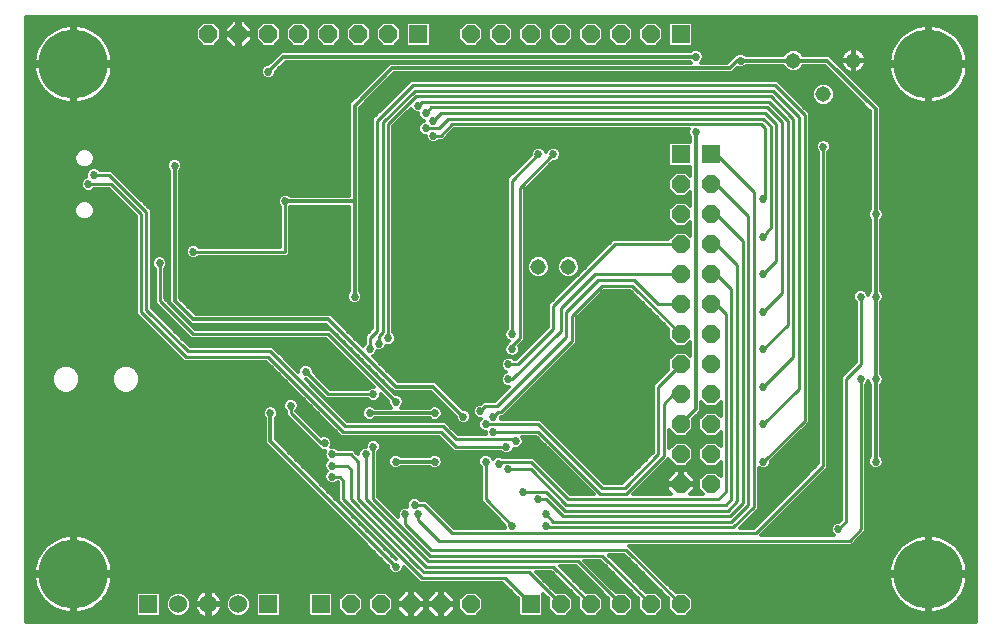
<source format=gbl>
G75*
G70*
%OFA0B0*%
%FSLAX24Y24*%
%IPPOS*%
%LPD*%
%AMOC8*
5,1,8,0,0,1.08239X$1,22.5*
%
%ADD10R,0.0600X0.0600*%
%ADD11C,0.0600*%
%ADD12OC8,0.0600*%
%ADD13C,0.0515*%
%ADD14C,0.2300*%
%ADD15C,0.0270*%
%ADD16C,0.0120*%
%ADD17C,0.0100*%
D10*
X004875Y005054D03*
X008875Y005054D03*
X010625Y005054D03*
X017625Y005054D03*
X022625Y020054D03*
X023625Y020054D03*
X022625Y024054D03*
X013875Y024054D03*
D11*
X007875Y005054D03*
X006875Y005054D03*
X005875Y005054D03*
D12*
X011625Y005054D03*
X012625Y005054D03*
X013625Y005054D03*
X014625Y005054D03*
X015625Y005054D03*
X018625Y005054D03*
X019625Y005054D03*
X020625Y005054D03*
X021625Y005054D03*
X022625Y005054D03*
X022625Y009054D03*
X023625Y009054D03*
X023625Y010054D03*
X022625Y010054D03*
X022625Y011054D03*
X023625Y011054D03*
X023625Y012054D03*
X022625Y012054D03*
X022625Y013054D03*
X023625Y013054D03*
X023625Y014054D03*
X022625Y014054D03*
X022625Y015054D03*
X023625Y015054D03*
X023625Y016054D03*
X022625Y016054D03*
X022625Y017054D03*
X023625Y017054D03*
X023625Y018054D03*
X022625Y018054D03*
X022625Y019054D03*
X023625Y019054D03*
X021625Y024054D03*
X020625Y024054D03*
X019625Y024054D03*
X018625Y024054D03*
X017625Y024054D03*
X016625Y024054D03*
X015625Y024054D03*
X012875Y024054D03*
X011875Y024054D03*
X010875Y024054D03*
X009875Y024054D03*
X008875Y024054D03*
X007875Y024054D03*
X006875Y024054D03*
D13*
X017875Y016304D03*
X018875Y016304D03*
X027375Y022054D03*
X028375Y023176D03*
X026375Y023176D03*
D14*
X030875Y023054D03*
X030875Y006054D03*
X002375Y006054D03*
X002375Y023054D03*
D15*
X005750Y019679D03*
X003062Y019366D03*
X002875Y019054D03*
X005250Y016429D03*
X006375Y016804D03*
X009437Y018491D03*
X011750Y015304D03*
X012562Y013741D03*
X012250Y013554D03*
X012875Y013929D03*
X012375Y012054D03*
X012250Y011429D03*
X013125Y011804D03*
X014428Y011429D03*
X015375Y011304D03*
X015937Y011491D03*
X016375Y011304D03*
X016125Y011054D03*
X016375Y010804D03*
X016812Y010304D03*
X017125Y010491D03*
X016562Y009741D03*
X016875Y009554D03*
X016125Y009804D03*
X014875Y010054D03*
X014428Y009804D03*
X013125Y009804D03*
X012375Y010304D03*
X012125Y010054D03*
X011000Y010054D03*
X010750Y010429D03*
X011000Y009679D03*
X011000Y009304D03*
X013437Y008054D03*
X013750Y008366D03*
X013875Y008054D03*
X013125Y006304D03*
X017000Y007679D03*
X018125Y007679D03*
X018125Y008054D03*
X017875Y008554D03*
X017375Y008804D03*
X019625Y009804D03*
X021125Y009804D03*
X020375Y012304D03*
X018625Y012366D03*
X016875Y012554D03*
X016875Y013054D03*
X017000Y013554D03*
X017000Y014054D03*
X021125Y015054D03*
X025375Y014804D03*
X025375Y016054D03*
X025375Y017304D03*
X025375Y018554D03*
X027375Y020304D03*
X029125Y018054D03*
X029125Y015304D03*
X028625Y015304D03*
X025375Y013554D03*
X025375Y012304D03*
X025375Y011054D03*
X025375Y009804D03*
X027875Y007554D03*
X029125Y009804D03*
X029125Y012554D03*
X028625Y012554D03*
X018375Y020054D03*
X017875Y020054D03*
X014375Y020679D03*
X014125Y020929D03*
X014375Y021179D03*
X014125Y021429D03*
X013875Y021679D03*
X008875Y022804D03*
X010125Y012804D03*
X009625Y011679D03*
X008937Y011429D03*
X023125Y020804D03*
X024625Y023179D03*
X023125Y023304D03*
D16*
X000785Y024640D02*
X000785Y004464D01*
X032465Y004464D01*
X032465Y024644D01*
X000785Y024640D01*
X000785Y024575D02*
X032465Y024575D01*
X032465Y024456D02*
X022992Y024456D01*
X022975Y024474D02*
X023045Y024403D01*
X023045Y023704D01*
X022975Y023634D01*
X022275Y023634D01*
X022205Y023704D01*
X022205Y024403D01*
X022275Y024474D01*
X022975Y024474D01*
X023045Y024337D02*
X030614Y024337D01*
X030556Y024326D02*
X030433Y024289D01*
X030314Y024239D01*
X030201Y024179D01*
X030094Y024107D01*
X029994Y024025D01*
X029903Y023934D01*
X029821Y023835D01*
X029750Y023728D01*
X029689Y023614D01*
X029640Y023495D01*
X029603Y023372D01*
X029577Y023246D01*
X029565Y023118D01*
X029565Y023114D01*
X030815Y023114D01*
X030815Y024364D01*
X030810Y024364D01*
X030682Y024351D01*
X030556Y024326D01*
X030815Y024337D02*
X030935Y024337D01*
X030939Y024364D02*
X030935Y024364D01*
X030935Y023114D01*
X030815Y023114D01*
X030815Y022994D01*
X029565Y022994D01*
X029565Y022989D01*
X029577Y022861D01*
X029603Y022735D01*
X029640Y022612D01*
X029689Y022493D01*
X029750Y022379D01*
X029821Y022272D01*
X029903Y022173D01*
X029994Y022082D01*
X030094Y022000D01*
X030201Y021929D01*
X030314Y021868D01*
X030433Y021819D01*
X030556Y021781D01*
X030682Y021756D01*
X030810Y021744D01*
X030815Y021744D01*
X030815Y022993D01*
X030935Y022993D01*
X030935Y021744D01*
X030939Y021744D01*
X031067Y021756D01*
X031194Y021781D01*
X031317Y021819D01*
X031436Y021868D01*
X031549Y021929D01*
X031656Y022000D01*
X031756Y022082D01*
X031847Y022173D01*
X031928Y022272D01*
X032000Y022379D01*
X032061Y022493D01*
X032110Y022612D01*
X032147Y022735D01*
X032172Y022861D01*
X032185Y022989D01*
X032185Y022994D01*
X030935Y022994D01*
X030935Y023114D01*
X032185Y023114D01*
X032185Y023118D01*
X032172Y023246D01*
X032147Y023372D01*
X032110Y023495D01*
X032061Y023614D01*
X032000Y023728D01*
X031928Y023835D01*
X031847Y023934D01*
X031756Y024025D01*
X031656Y024107D01*
X031549Y024179D01*
X031436Y024239D01*
X031317Y024289D01*
X031194Y024326D01*
X031067Y024351D01*
X030939Y024364D01*
X030935Y024219D02*
X030815Y024219D01*
X030815Y024100D02*
X030935Y024100D01*
X030935Y023982D02*
X030815Y023982D01*
X030815Y023863D02*
X030935Y023863D01*
X030935Y023745D02*
X030815Y023745D01*
X030815Y023626D02*
X030935Y023626D01*
X030935Y023508D02*
X030815Y023508D01*
X030815Y023389D02*
X030935Y023389D01*
X030935Y023271D02*
X030815Y023271D01*
X030815Y023152D02*
X030935Y023152D01*
X030935Y023033D02*
X032465Y023033D01*
X032465Y022915D02*
X032178Y022915D01*
X032159Y022796D02*
X032465Y022796D01*
X032465Y022678D02*
X032130Y022678D01*
X032088Y022559D02*
X032465Y022559D01*
X032465Y022441D02*
X032033Y022441D01*
X031962Y022322D02*
X032465Y022322D01*
X032465Y022204D02*
X031872Y022204D01*
X031759Y022085D02*
X032465Y022085D01*
X032465Y021967D02*
X031606Y021967D01*
X031388Y021848D02*
X032465Y021848D01*
X032465Y021729D02*
X029204Y021729D01*
X029199Y021734D02*
X029199Y021734D01*
X027577Y023356D01*
X027428Y023356D01*
X026709Y023356D01*
X026695Y023389D01*
X028015Y023389D01*
X028018Y023394D02*
X027988Y023336D01*
X027968Y023273D01*
X027957Y023209D01*
X027957Y023194D01*
X028356Y023194D01*
X028356Y023157D01*
X027957Y023157D01*
X027957Y023143D01*
X027968Y023078D01*
X027988Y023015D01*
X028018Y022957D01*
X028056Y022904D01*
X028103Y022857D01*
X028156Y022819D01*
X028215Y022789D01*
X028277Y022768D01*
X028342Y022758D01*
X028356Y022758D01*
X028356Y023157D01*
X028394Y023157D01*
X028394Y023194D01*
X028792Y023194D01*
X028792Y023209D01*
X028782Y023273D01*
X028762Y023336D01*
X028732Y023394D01*
X028693Y023448D01*
X028647Y023494D01*
X028594Y023533D01*
X028535Y023563D01*
X028473Y023583D01*
X028408Y023593D01*
X028394Y023593D01*
X028394Y023195D01*
X028356Y023195D01*
X028356Y023593D01*
X028342Y023593D01*
X028277Y023583D01*
X028215Y023563D01*
X028156Y023533D01*
X028103Y023494D01*
X028056Y023448D01*
X028018Y023394D01*
X027967Y023271D02*
X027662Y023271D01*
X027781Y023152D02*
X027957Y023152D01*
X027982Y023033D02*
X027900Y023033D01*
X028018Y022915D02*
X028048Y022915D01*
X028137Y022796D02*
X028200Y022796D01*
X028255Y022678D02*
X029620Y022678D01*
X029590Y022796D02*
X028550Y022796D01*
X028535Y022789D02*
X028594Y022819D01*
X028647Y022857D01*
X028693Y022904D01*
X028732Y022957D01*
X028762Y023015D01*
X028782Y023078D01*
X028792Y023143D01*
X028792Y023157D01*
X028394Y023157D01*
X028394Y022758D01*
X028408Y022758D01*
X028473Y022768D01*
X028535Y022789D01*
X028394Y022796D02*
X028356Y022796D01*
X028356Y022915D02*
X028394Y022915D01*
X028394Y023033D02*
X028356Y023033D01*
X028356Y023152D02*
X028394Y023152D01*
X028394Y023271D02*
X028356Y023271D01*
X028356Y023389D02*
X028394Y023389D01*
X028394Y023508D02*
X028356Y023508D01*
X028122Y023508D02*
X026560Y023508D01*
X026589Y023496D02*
X026450Y023553D01*
X026300Y023553D01*
X026161Y023496D01*
X026055Y023389D01*
X024775Y023389D01*
X024769Y023395D02*
X024676Y023434D01*
X024574Y023434D01*
X024480Y023395D01*
X024441Y023356D01*
X024422Y023356D01*
X024421Y023354D01*
X024418Y023354D01*
X024369Y023302D01*
X024175Y023109D01*
X023290Y023109D01*
X023341Y023159D01*
X023380Y023253D01*
X023380Y023354D01*
X023341Y023448D01*
X023269Y023520D01*
X023176Y023559D01*
X023074Y023559D01*
X022980Y023520D01*
X022944Y023484D01*
X009300Y023484D01*
X009195Y023378D01*
X008875Y023059D01*
X008824Y023059D01*
X008730Y023020D01*
X008659Y022948D01*
X008620Y022854D01*
X008620Y022753D01*
X008659Y022659D01*
X008730Y022587D01*
X008824Y022549D01*
X008926Y022549D01*
X009019Y022587D01*
X009091Y022659D01*
X009130Y022753D01*
X009130Y022804D01*
X009449Y023124D01*
X022944Y023124D01*
X022959Y023109D01*
X012925Y023109D01*
X012820Y023003D01*
X011570Y021753D01*
X011570Y021604D01*
X011570Y018671D01*
X009618Y018671D01*
X009582Y018707D01*
X009488Y018746D01*
X009387Y018746D01*
X009293Y018707D01*
X009221Y018636D01*
X009182Y018542D01*
X009182Y018440D01*
X009221Y018347D01*
X009267Y018301D01*
X009267Y016974D01*
X006565Y016974D01*
X006519Y017020D01*
X006426Y017059D01*
X006324Y017059D01*
X006230Y017020D01*
X006159Y016948D01*
X006120Y016854D01*
X006120Y016753D01*
X006159Y016659D01*
X006230Y016587D01*
X006324Y016549D01*
X006426Y016549D01*
X006519Y016587D01*
X006565Y016634D01*
X009367Y016634D01*
X009508Y016634D01*
X009607Y016733D01*
X009607Y018301D01*
X009618Y018311D01*
X011570Y018311D01*
X011570Y015484D01*
X011534Y015448D01*
X011495Y015354D01*
X011495Y015253D01*
X011534Y015159D01*
X011605Y015087D01*
X011699Y015049D01*
X011801Y015049D01*
X011894Y015087D01*
X011966Y015159D01*
X012005Y015253D01*
X012005Y015354D01*
X011966Y015448D01*
X011930Y015484D01*
X011930Y018417D01*
X011930Y021604D01*
X013074Y022749D01*
X024324Y022749D01*
X024430Y022854D01*
X024521Y022946D01*
X024574Y022924D01*
X024676Y022924D01*
X024769Y022962D01*
X024803Y022996D01*
X026041Y022996D01*
X026055Y022962D01*
X026161Y022856D01*
X026300Y022798D01*
X026450Y022798D01*
X026589Y022856D01*
X026695Y022962D01*
X026709Y022996D01*
X027428Y022996D01*
X028945Y021479D01*
X028945Y018234D01*
X028909Y018198D01*
X028870Y018104D01*
X028870Y018003D01*
X028909Y017909D01*
X028945Y017873D01*
X028945Y015484D01*
X028909Y015448D01*
X028875Y015366D01*
X028841Y015448D01*
X028769Y015520D01*
X028676Y015559D01*
X028574Y015559D01*
X028480Y015520D01*
X028409Y015448D01*
X028370Y015354D01*
X028370Y015253D01*
X028409Y015159D01*
X028455Y015113D01*
X028455Y013124D01*
X028054Y012724D01*
X027955Y012624D01*
X027955Y007874D01*
X027889Y007809D01*
X027824Y007809D01*
X027730Y007770D01*
X027659Y007698D01*
X027620Y007604D01*
X027620Y007503D01*
X027659Y007409D01*
X027719Y007349D01*
X025285Y007349D01*
X027545Y009608D01*
X027545Y009749D01*
X027545Y020113D01*
X027591Y020159D01*
X027630Y020253D01*
X027630Y020354D01*
X027591Y020448D01*
X027519Y020520D01*
X027426Y020559D01*
X027324Y020559D01*
X027230Y020520D01*
X027159Y020448D01*
X027120Y020354D01*
X027120Y020253D01*
X027159Y020159D01*
X027205Y020113D01*
X027205Y009749D01*
X025054Y007599D01*
X024598Y007599D01*
X025133Y008134D01*
X025232Y008233D01*
X025232Y009587D01*
X025324Y009549D01*
X025426Y009549D01*
X025519Y009587D01*
X025591Y009659D01*
X025630Y009753D01*
X025630Y009818D01*
X026820Y011009D01*
X026820Y011009D01*
X026920Y011108D01*
X026920Y021437D01*
X026820Y021536D01*
X026758Y021599D01*
X025920Y022437D01*
X025820Y022536D01*
X013617Y022536D01*
X013517Y022437D01*
X013517Y022436D01*
X012330Y021249D01*
X012330Y021108D01*
X012330Y014249D01*
X012179Y014099D01*
X012080Y013999D01*
X012080Y013744D01*
X012034Y013698D01*
X012019Y013664D01*
X010949Y014734D01*
X010800Y014734D01*
X006449Y014734D01*
X005930Y015253D01*
X005930Y019498D01*
X005966Y019534D01*
X006005Y019628D01*
X006005Y019729D01*
X005966Y019823D01*
X005894Y019895D01*
X005801Y019934D01*
X005699Y019934D01*
X005605Y019895D01*
X005534Y019823D01*
X005495Y019729D01*
X005495Y019628D01*
X005534Y019534D01*
X005570Y019498D01*
X005570Y015253D01*
X005570Y015104D01*
X006195Y014479D01*
X006300Y014374D01*
X010800Y014374D01*
X012945Y012229D01*
X013050Y012124D01*
X014300Y012124D01*
X015120Y011304D01*
X015120Y011253D01*
X015159Y011159D01*
X015230Y011087D01*
X015324Y011049D01*
X015426Y011049D01*
X015519Y011087D01*
X015591Y011159D01*
X015630Y011253D01*
X015630Y011354D01*
X015591Y011448D01*
X015519Y011520D01*
X015426Y011559D01*
X015374Y011559D01*
X014555Y012378D01*
X014449Y012484D01*
X013199Y012484D01*
X012360Y013323D01*
X012394Y013337D01*
X012466Y013409D01*
X012500Y013491D01*
X012512Y013486D01*
X012613Y013486D01*
X012707Y013525D01*
X012779Y013597D01*
X012812Y013679D01*
X012824Y013674D01*
X012926Y013674D01*
X013019Y013712D01*
X013091Y013784D01*
X013130Y013878D01*
X013130Y013979D01*
X013091Y014073D01*
X013045Y014119D01*
X013045Y020983D01*
X013640Y021579D01*
X013659Y021534D01*
X013730Y021462D01*
X013824Y021424D01*
X013870Y021424D01*
X013870Y021378D01*
X013909Y021284D01*
X013980Y021212D01*
X014062Y021179D01*
X013980Y021145D01*
X013909Y021073D01*
X013870Y020979D01*
X013870Y020878D01*
X013909Y020784D01*
X013980Y020712D01*
X014074Y020674D01*
X014120Y020674D01*
X014120Y020628D01*
X014159Y020534D01*
X014230Y020462D01*
X014324Y020424D01*
X014426Y020424D01*
X014519Y020462D01*
X014565Y020509D01*
X014695Y020509D01*
X014795Y020608D01*
X015070Y020884D01*
X022882Y020884D01*
X022870Y020854D01*
X022870Y020753D01*
X022909Y020659D01*
X022945Y020623D01*
X022945Y020474D01*
X022275Y020474D01*
X022205Y020403D01*
X022205Y019704D01*
X022275Y019634D01*
X022945Y019634D01*
X022945Y019327D01*
X022799Y019474D01*
X022451Y019474D01*
X022205Y019228D01*
X022205Y018880D01*
X022451Y018634D01*
X022799Y018634D01*
X022945Y018780D01*
X022945Y018327D01*
X022799Y018474D01*
X022451Y018474D01*
X022205Y018228D01*
X022205Y017880D01*
X022451Y017634D01*
X022799Y017634D01*
X022945Y017780D01*
X022945Y017327D01*
X022799Y017474D01*
X022451Y017474D01*
X022205Y017228D01*
X022205Y017224D01*
X020508Y017224D01*
X020367Y017224D01*
X018304Y015161D01*
X018205Y015062D01*
X018205Y014311D01*
X017117Y013224D01*
X017065Y013224D01*
X017019Y013270D01*
X016950Y013299D01*
X017051Y013299D01*
X017144Y013337D01*
X017216Y013409D01*
X017255Y013503D01*
X017255Y013604D01*
X017229Y013667D01*
X017320Y013759D01*
X017420Y013858D01*
X017420Y018858D01*
X018360Y019799D01*
X018426Y019799D01*
X018519Y019837D01*
X018591Y019909D01*
X018630Y020003D01*
X018630Y020104D01*
X018591Y020198D01*
X018519Y020270D01*
X018426Y020309D01*
X018324Y020309D01*
X018230Y020270D01*
X018159Y020198D01*
X018125Y020116D01*
X018091Y020198D01*
X018019Y020270D01*
X017926Y020309D01*
X017824Y020309D01*
X017730Y020270D01*
X017659Y020198D01*
X017620Y020104D01*
X017620Y020039D01*
X016830Y019249D01*
X016830Y019108D01*
X016830Y014244D01*
X016784Y014198D01*
X016745Y014104D01*
X016745Y014003D01*
X016784Y013909D01*
X016855Y013837D01*
X016900Y013819D01*
X016830Y013749D01*
X016830Y013744D01*
X016784Y013698D01*
X016745Y013604D01*
X016745Y013503D01*
X016784Y013409D01*
X016855Y013337D01*
X016925Y013309D01*
X016824Y013309D01*
X016730Y013270D01*
X016659Y013198D01*
X016620Y013104D01*
X016620Y013003D01*
X016659Y012909D01*
X016730Y012837D01*
X016812Y012804D01*
X016730Y012770D01*
X016659Y012698D01*
X016620Y012604D01*
X016620Y012503D01*
X016659Y012409D01*
X016730Y012337D01*
X016824Y012299D01*
X016898Y012299D01*
X016429Y011830D01*
X016177Y011830D01*
X016036Y011830D01*
X015952Y011746D01*
X015887Y011746D01*
X015793Y011707D01*
X015721Y011636D01*
X015682Y011542D01*
X015682Y011440D01*
X015721Y011347D01*
X015793Y011275D01*
X015887Y011236D01*
X015947Y011236D01*
X015909Y011198D01*
X015870Y011104D01*
X015870Y011003D01*
X015909Y010909D01*
X015980Y010837D01*
X016074Y010799D01*
X016120Y010799D01*
X016120Y010753D01*
X016132Y010724D01*
X015195Y010724D01*
X014857Y011062D01*
X014758Y011161D01*
X011508Y011161D01*
X010120Y012549D01*
X010139Y012549D01*
X010804Y011884D01*
X010945Y011884D01*
X012184Y011884D01*
X012230Y011837D01*
X012324Y011799D01*
X012426Y011799D01*
X012519Y011837D01*
X012591Y011909D01*
X012630Y012003D01*
X012630Y012058D01*
X012870Y011818D01*
X012870Y011753D01*
X012909Y011659D01*
X012959Y011609D01*
X012430Y011609D01*
X012394Y011645D01*
X012301Y011684D01*
X012199Y011684D01*
X012105Y011645D01*
X012034Y011573D01*
X011995Y011479D01*
X011995Y011378D01*
X012034Y011284D01*
X012105Y011212D01*
X012199Y011174D01*
X012301Y011174D01*
X012394Y011212D01*
X012430Y011249D01*
X014247Y011249D01*
X014284Y011212D01*
X014377Y011174D01*
X014479Y011174D01*
X014572Y011212D01*
X014644Y011284D01*
X014683Y011378D01*
X014683Y011479D01*
X014644Y011573D01*
X014572Y011645D01*
X014479Y011684D01*
X014377Y011684D01*
X014284Y011645D01*
X014247Y011609D01*
X013290Y011609D01*
X013341Y011659D01*
X013380Y011753D01*
X013380Y011854D01*
X013341Y011948D01*
X013269Y012020D01*
X013176Y012059D01*
X013110Y012059D01*
X010945Y014224D01*
X010804Y014224D01*
X006445Y014224D01*
X005420Y015249D01*
X005420Y016238D01*
X005466Y016284D01*
X005505Y016378D01*
X005505Y016479D01*
X005466Y016573D01*
X005394Y016645D01*
X005301Y016684D01*
X005199Y016684D01*
X005105Y016645D01*
X005034Y016573D01*
X004995Y016479D01*
X004995Y016378D01*
X005034Y016284D01*
X005080Y016238D01*
X005080Y015249D01*
X005080Y015108D01*
X006205Y013983D01*
X006304Y013884D01*
X010804Y013884D01*
X012380Y012309D01*
X012324Y012309D01*
X012230Y012270D01*
X012184Y012224D01*
X010945Y012224D01*
X010380Y012789D01*
X010380Y012854D01*
X010341Y012948D01*
X010269Y013020D01*
X010176Y013059D01*
X010074Y013059D01*
X009980Y013020D01*
X009909Y012948D01*
X009870Y012854D01*
X009870Y012799D01*
X009320Y013349D01*
X009008Y013661D01*
X008867Y013661D01*
X006258Y013661D01*
X006195Y013724D01*
X004982Y014936D01*
X004982Y018187D01*
X004883Y018286D01*
X003633Y019536D01*
X003492Y019536D01*
X003253Y019536D01*
X003207Y019582D01*
X003113Y019621D01*
X003012Y019621D01*
X002918Y019582D01*
X002846Y019511D01*
X002807Y019417D01*
X002807Y019315D01*
X002812Y019304D01*
X002730Y019270D01*
X002659Y019198D01*
X002620Y019104D01*
X002620Y019003D01*
X000785Y019003D01*
X000785Y019122D02*
X002627Y019122D01*
X002620Y019003D02*
X002659Y018909D01*
X002730Y018837D01*
X002824Y018799D01*
X002926Y018799D01*
X003019Y018837D01*
X003065Y018884D01*
X003554Y018884D01*
X004455Y017983D01*
X004455Y014874D01*
X004455Y014733D01*
X005955Y013233D01*
X006054Y013134D01*
X008804Y013134D01*
X011205Y010733D01*
X011304Y010634D01*
X014554Y010634D01*
X014955Y010233D01*
X015054Y010134D01*
X016622Y010134D01*
X016668Y010087D01*
X016762Y010049D01*
X016863Y010049D01*
X016957Y010087D01*
X017029Y010159D01*
X017062Y010241D01*
X017074Y010236D01*
X017176Y010236D01*
X017269Y010275D01*
X017341Y010347D01*
X017380Y010440D01*
X017380Y010542D01*
X017342Y010634D01*
X017804Y010634D01*
X019715Y008724D01*
X018945Y008724D01*
X017695Y009974D01*
X017554Y009974D01*
X016667Y009974D01*
X016613Y009996D01*
X016512Y009996D01*
X016418Y009957D01*
X016361Y009900D01*
X016341Y009948D01*
X016269Y010020D01*
X016176Y010059D01*
X016074Y010059D01*
X015980Y010020D01*
X015909Y009948D01*
X015870Y009854D01*
X015870Y009753D01*
X015909Y009659D01*
X015955Y009613D01*
X015955Y008624D01*
X015955Y008483D01*
X016745Y007693D01*
X016745Y007628D01*
X016757Y007599D01*
X015070Y007599D01*
X014133Y008536D01*
X013992Y008536D01*
X013940Y008536D01*
X013894Y008582D01*
X013801Y008621D01*
X013699Y008621D01*
X013605Y008582D01*
X013534Y008511D01*
X013495Y008417D01*
X013495Y008315D01*
X013500Y008304D01*
X013488Y008309D01*
X013387Y008309D01*
X013293Y008270D01*
X013221Y008198D01*
X013182Y008104D01*
X013182Y008003D01*
X013194Y007975D01*
X012545Y008624D01*
X012545Y010113D01*
X012591Y010159D01*
X012630Y010253D01*
X012630Y010354D01*
X012591Y010448D01*
X012519Y010520D01*
X012426Y010559D01*
X012324Y010559D01*
X012230Y010520D01*
X012159Y010448D01*
X012120Y010354D01*
X012120Y010309D01*
X012074Y010309D01*
X011980Y010270D01*
X011909Y010198D01*
X011870Y010104D01*
X011870Y010049D01*
X011695Y010224D01*
X011554Y010224D01*
X011190Y010224D01*
X011144Y010270D01*
X011051Y010309D01*
X010976Y010309D01*
X011005Y010378D01*
X011005Y010479D01*
X010966Y010573D01*
X010894Y010645D01*
X010801Y010684D01*
X010699Y010684D01*
X010636Y010658D01*
X009800Y011494D01*
X009841Y011534D01*
X009880Y011628D01*
X009880Y011729D01*
X009841Y011823D01*
X009769Y011895D01*
X009676Y011934D01*
X009574Y011934D01*
X009480Y011895D01*
X009409Y011823D01*
X009370Y011729D01*
X009370Y011628D01*
X009409Y011534D01*
X009455Y011488D01*
X009455Y011358D01*
X010455Y010358D01*
X010554Y010259D01*
X010559Y010259D01*
X010605Y010212D01*
X010699Y010174D01*
X010774Y010174D01*
X010745Y010104D01*
X010745Y010003D01*
X010784Y009909D01*
X010827Y009866D01*
X010784Y009823D01*
X010745Y009729D01*
X010745Y009628D01*
X010784Y009534D01*
X010827Y009491D01*
X010784Y009448D01*
X010745Y009354D01*
X010745Y009253D01*
X010784Y009159D01*
X010855Y009087D01*
X010949Y009049D01*
X011051Y009049D01*
X011144Y009087D01*
X011185Y009128D01*
X011205Y009108D01*
X011205Y008624D01*
X011205Y008483D01*
X013130Y006559D01*
X013124Y006559D01*
X009117Y010566D01*
X009117Y011248D01*
X009154Y011284D01*
X009192Y011378D01*
X009192Y011479D01*
X009154Y011573D01*
X009082Y011645D01*
X008988Y011684D01*
X008887Y011684D01*
X008793Y011645D01*
X008721Y011573D01*
X008682Y011479D01*
X008682Y011378D01*
X008721Y011284D01*
X008757Y011248D01*
X008757Y010566D01*
X008757Y010417D01*
X012870Y006304D01*
X012870Y006253D01*
X012909Y006159D01*
X012980Y006087D01*
X013074Y006049D01*
X013176Y006049D01*
X013269Y006087D01*
X013341Y006159D01*
X013380Y006253D01*
X013380Y006308D01*
X013830Y005858D01*
X013929Y005759D01*
X016679Y005759D01*
X017205Y005233D01*
X017205Y004704D01*
X017275Y004634D01*
X017975Y004634D01*
X018045Y004704D01*
X018045Y005393D01*
X018208Y005230D01*
X018205Y005228D01*
X018205Y004880D01*
X018451Y004634D01*
X018799Y004634D01*
X019045Y004880D01*
X019045Y005228D01*
X018799Y005474D01*
X018451Y005474D01*
X018448Y005471D01*
X017785Y006134D01*
X018304Y006134D01*
X019208Y005230D01*
X019205Y005228D01*
X019205Y004880D01*
X019451Y004634D01*
X019799Y004634D01*
X020045Y004880D01*
X020045Y005228D01*
X019799Y005474D01*
X019451Y005474D01*
X019448Y005471D01*
X018598Y006321D01*
X019117Y006321D01*
X020208Y005230D01*
X020205Y005228D01*
X020205Y004880D01*
X020451Y004634D01*
X020799Y004634D01*
X021045Y004880D01*
X021045Y005228D01*
X020799Y005474D01*
X020451Y005474D01*
X020448Y005471D01*
X019410Y006509D01*
X019929Y006509D01*
X021208Y005230D01*
X021205Y005228D01*
X021205Y004880D01*
X021451Y004634D01*
X021799Y004634D01*
X022045Y004880D01*
X022045Y005228D01*
X021799Y005474D01*
X021451Y005474D01*
X021448Y005471D01*
X020223Y006696D01*
X020742Y006696D01*
X022208Y005230D01*
X022205Y005228D01*
X022205Y004880D01*
X022451Y004634D01*
X022799Y004634D01*
X023045Y004880D01*
X023045Y005228D01*
X022799Y005474D01*
X022451Y005474D01*
X022448Y005471D01*
X020910Y007009D01*
X028320Y007009D01*
X028420Y007108D01*
X028695Y007384D01*
X028795Y007483D01*
X028795Y012363D01*
X028841Y012409D01*
X028875Y012491D01*
X028909Y012409D01*
X028945Y012373D01*
X028945Y009984D01*
X028909Y009948D01*
X028870Y009854D01*
X028870Y009753D01*
X028909Y009659D01*
X028980Y009587D01*
X029074Y009549D01*
X029176Y009549D01*
X029269Y009587D01*
X029341Y009659D01*
X029380Y009753D01*
X029380Y009854D01*
X029341Y009948D01*
X029305Y009984D01*
X029305Y012373D01*
X029341Y012409D01*
X029380Y012503D01*
X029380Y012604D01*
X029341Y012698D01*
X029305Y012734D01*
X029305Y015123D01*
X029341Y015159D01*
X029380Y015253D01*
X029380Y015354D01*
X029341Y015448D01*
X029305Y015484D01*
X029305Y017873D01*
X029341Y017909D01*
X029380Y018003D01*
X029380Y018104D01*
X029341Y018198D01*
X029305Y018234D01*
X029305Y021628D01*
X029199Y021734D01*
X029085Y021848D02*
X030362Y021848D01*
X030144Y021967D02*
X028966Y021967D01*
X028848Y022085D02*
X029991Y022085D01*
X029878Y022204D02*
X028729Y022204D01*
X028611Y022322D02*
X029788Y022322D01*
X029717Y022441D02*
X028492Y022441D01*
X028374Y022559D02*
X029662Y022559D01*
X029572Y022915D02*
X028701Y022915D01*
X028768Y023033D02*
X030815Y023033D01*
X030815Y022915D02*
X030935Y022915D01*
X030935Y022796D02*
X030815Y022796D01*
X030815Y022678D02*
X030935Y022678D01*
X030935Y022559D02*
X030815Y022559D01*
X030815Y022441D02*
X030935Y022441D01*
X030935Y022322D02*
X030815Y022322D01*
X030815Y022204D02*
X030935Y022204D01*
X030935Y022085D02*
X030815Y022085D01*
X030815Y021967D02*
X030935Y021967D01*
X030935Y021848D02*
X030815Y021848D01*
X029305Y021611D02*
X032465Y021611D01*
X032465Y021492D02*
X029305Y021492D01*
X029305Y021374D02*
X032465Y021374D01*
X032465Y021255D02*
X029305Y021255D01*
X029305Y021137D02*
X032465Y021137D01*
X032465Y021018D02*
X029305Y021018D01*
X029305Y020900D02*
X032465Y020900D01*
X032465Y020781D02*
X029305Y020781D01*
X029305Y020663D02*
X032465Y020663D01*
X032465Y020544D02*
X029305Y020544D01*
X029305Y020426D02*
X032465Y020426D01*
X032465Y020307D02*
X029305Y020307D01*
X029305Y020188D02*
X032465Y020188D01*
X032465Y020070D02*
X029305Y020070D01*
X029305Y019951D02*
X032465Y019951D01*
X032465Y019833D02*
X029305Y019833D01*
X029305Y019714D02*
X032465Y019714D01*
X032465Y019596D02*
X029305Y019596D01*
X029305Y019477D02*
X032465Y019477D01*
X032465Y019359D02*
X029305Y019359D01*
X029305Y019240D02*
X032465Y019240D01*
X032465Y019122D02*
X029305Y019122D01*
X029305Y019003D02*
X032465Y019003D01*
X032465Y018884D02*
X029305Y018884D01*
X029305Y018766D02*
X032465Y018766D01*
X032465Y018647D02*
X029305Y018647D01*
X029305Y018529D02*
X032465Y018529D01*
X032465Y018410D02*
X029305Y018410D01*
X029305Y018292D02*
X032465Y018292D01*
X032465Y018173D02*
X029351Y018173D01*
X029380Y018055D02*
X032465Y018055D01*
X032465Y017936D02*
X029352Y017936D01*
X029305Y017818D02*
X032465Y017818D01*
X032465Y017699D02*
X029305Y017699D01*
X029305Y017580D02*
X032465Y017580D01*
X032465Y017462D02*
X029305Y017462D01*
X029305Y017343D02*
X032465Y017343D01*
X032465Y017225D02*
X029305Y017225D01*
X029305Y017106D02*
X032465Y017106D01*
X032465Y016988D02*
X029305Y016988D01*
X029305Y016869D02*
X032465Y016869D01*
X032465Y016751D02*
X029305Y016751D01*
X029305Y016632D02*
X032465Y016632D01*
X032465Y016514D02*
X029305Y016514D01*
X029305Y016395D02*
X032465Y016395D01*
X032465Y016276D02*
X029305Y016276D01*
X029305Y016158D02*
X032465Y016158D01*
X032465Y016039D02*
X029305Y016039D01*
X029305Y015921D02*
X032465Y015921D01*
X032465Y015802D02*
X029305Y015802D01*
X029305Y015684D02*
X032465Y015684D01*
X032465Y015565D02*
X029305Y015565D01*
X029342Y015447D02*
X032465Y015447D01*
X032465Y015328D02*
X029380Y015328D01*
X029362Y015210D02*
X032465Y015210D01*
X032465Y015091D02*
X029305Y015091D01*
X029305Y014973D02*
X032465Y014973D01*
X032465Y014854D02*
X029305Y014854D01*
X029305Y014735D02*
X032465Y014735D01*
X032465Y014617D02*
X029305Y014617D01*
X029305Y014498D02*
X032465Y014498D01*
X032465Y014380D02*
X029305Y014380D01*
X029305Y014261D02*
X032465Y014261D01*
X032465Y014143D02*
X029305Y014143D01*
X029305Y014024D02*
X032465Y014024D01*
X032465Y013906D02*
X029305Y013906D01*
X029305Y013787D02*
X032465Y013787D01*
X032465Y013669D02*
X029305Y013669D01*
X029305Y013550D02*
X032465Y013550D01*
X032465Y013431D02*
X029305Y013431D01*
X029305Y013313D02*
X032465Y013313D01*
X032465Y013194D02*
X029305Y013194D01*
X029305Y013076D02*
X032465Y013076D01*
X032465Y012957D02*
X029305Y012957D01*
X029305Y012839D02*
X032465Y012839D01*
X032465Y012720D02*
X029319Y012720D01*
X029380Y012602D02*
X032465Y012602D01*
X032465Y012483D02*
X029372Y012483D01*
X029305Y012365D02*
X032465Y012365D01*
X032465Y012246D02*
X029305Y012246D01*
X029305Y012127D02*
X032465Y012127D01*
X032465Y012009D02*
X029305Y012009D01*
X029305Y011890D02*
X032465Y011890D01*
X032465Y011772D02*
X029305Y011772D01*
X029305Y011653D02*
X032465Y011653D01*
X032465Y011535D02*
X029305Y011535D01*
X029305Y011416D02*
X032465Y011416D01*
X032465Y011298D02*
X029305Y011298D01*
X029305Y011179D02*
X032465Y011179D01*
X032465Y011061D02*
X029305Y011061D01*
X029305Y010942D02*
X032465Y010942D01*
X032465Y010824D02*
X029305Y010824D01*
X029305Y010705D02*
X032465Y010705D01*
X032465Y010586D02*
X029305Y010586D01*
X029305Y010468D02*
X032465Y010468D01*
X032465Y010349D02*
X029305Y010349D01*
X029305Y010231D02*
X032465Y010231D01*
X032465Y010112D02*
X029305Y010112D01*
X029305Y009994D02*
X032465Y009994D01*
X032465Y009875D02*
X029371Y009875D01*
X029380Y009757D02*
X032465Y009757D01*
X032465Y009638D02*
X029320Y009638D01*
X029125Y009804D02*
X029125Y012554D01*
X029125Y015304D01*
X029125Y018054D01*
X029125Y021554D01*
X027503Y023176D01*
X026375Y023176D01*
X024497Y023176D01*
X024625Y023179D01*
X024497Y023176D02*
X024250Y022929D01*
X013000Y022929D01*
X011750Y021679D01*
X011750Y018491D01*
X011750Y015304D01*
X011987Y015210D02*
X012330Y015210D01*
X012330Y015328D02*
X012005Y015328D01*
X011967Y015447D02*
X012330Y015447D01*
X012330Y015565D02*
X011930Y015565D01*
X011930Y015684D02*
X012330Y015684D01*
X012330Y015802D02*
X011930Y015802D01*
X011930Y015921D02*
X012330Y015921D01*
X012330Y016039D02*
X011930Y016039D01*
X011930Y016158D02*
X012330Y016158D01*
X012330Y016276D02*
X011930Y016276D01*
X011930Y016395D02*
X012330Y016395D01*
X012330Y016514D02*
X011930Y016514D01*
X011930Y016632D02*
X012330Y016632D01*
X012330Y016751D02*
X011930Y016751D01*
X011930Y016869D02*
X012330Y016869D01*
X012330Y016988D02*
X011930Y016988D01*
X011930Y017106D02*
X012330Y017106D01*
X012330Y017225D02*
X011930Y017225D01*
X011930Y017343D02*
X012330Y017343D01*
X012330Y017462D02*
X011930Y017462D01*
X011930Y017580D02*
X012330Y017580D01*
X012330Y017699D02*
X011930Y017699D01*
X011930Y017818D02*
X012330Y017818D01*
X012330Y017936D02*
X011930Y017936D01*
X011930Y018055D02*
X012330Y018055D01*
X012330Y018173D02*
X011930Y018173D01*
X011930Y018292D02*
X012330Y018292D01*
X012330Y018410D02*
X011930Y018410D01*
X011930Y018529D02*
X012330Y018529D01*
X012330Y018647D02*
X011930Y018647D01*
X011930Y018766D02*
X012330Y018766D01*
X012330Y018884D02*
X011930Y018884D01*
X011930Y019003D02*
X012330Y019003D01*
X012330Y019122D02*
X011930Y019122D01*
X011930Y019240D02*
X012330Y019240D01*
X012330Y019359D02*
X011930Y019359D01*
X011930Y019477D02*
X012330Y019477D01*
X012330Y019596D02*
X011930Y019596D01*
X011930Y019714D02*
X012330Y019714D01*
X012330Y019833D02*
X011930Y019833D01*
X011930Y019951D02*
X012330Y019951D01*
X012330Y020070D02*
X011930Y020070D01*
X011930Y020188D02*
X012330Y020188D01*
X012330Y020307D02*
X011930Y020307D01*
X011930Y020426D02*
X012330Y020426D01*
X012330Y020544D02*
X011930Y020544D01*
X011930Y020663D02*
X012330Y020663D01*
X012330Y020781D02*
X011930Y020781D01*
X011930Y020900D02*
X012330Y020900D01*
X012330Y021018D02*
X011930Y021018D01*
X011930Y021137D02*
X012330Y021137D01*
X012336Y021255D02*
X011930Y021255D01*
X011930Y021374D02*
X012455Y021374D01*
X012573Y021492D02*
X011930Y021492D01*
X011937Y021611D02*
X012692Y021611D01*
X012810Y021729D02*
X012055Y021729D01*
X012174Y021848D02*
X012929Y021848D01*
X013047Y021967D02*
X012292Y021967D01*
X012411Y022085D02*
X013166Y022085D01*
X013285Y022204D02*
X012529Y022204D01*
X012648Y022322D02*
X013403Y022322D01*
X013522Y022441D02*
X012767Y022441D01*
X012885Y022559D02*
X027865Y022559D01*
X027983Y022441D02*
X025916Y022441D01*
X026034Y022322D02*
X027110Y022322D01*
X027161Y022374D02*
X027055Y022267D01*
X026997Y022129D01*
X026997Y021979D01*
X027055Y021840D01*
X027161Y021734D01*
X027300Y021676D01*
X027450Y021676D01*
X027589Y021734D01*
X027695Y021840D01*
X027752Y021979D01*
X027752Y022129D01*
X027695Y022267D01*
X027589Y022374D01*
X027450Y022431D01*
X027300Y022431D01*
X027161Y022374D01*
X027028Y022204D02*
X026153Y022204D01*
X026271Y022085D02*
X026997Y022085D01*
X027002Y021967D02*
X026390Y021967D01*
X026508Y021848D02*
X027051Y021848D01*
X027171Y021729D02*
X026627Y021729D01*
X026745Y021611D02*
X028813Y021611D01*
X028694Y021729D02*
X027579Y021729D01*
X027698Y021848D02*
X028576Y021848D01*
X028457Y021967D02*
X027747Y021967D01*
X027752Y022085D02*
X028339Y022085D01*
X028220Y022204D02*
X027721Y022204D01*
X027640Y022322D02*
X028102Y022322D01*
X027746Y022678D02*
X013004Y022678D01*
X012732Y022915D02*
X009241Y022915D01*
X009130Y022796D02*
X012613Y022796D01*
X012495Y022678D02*
X009099Y022678D01*
X008951Y022559D02*
X012376Y022559D01*
X012257Y022441D02*
X003533Y022441D01*
X003561Y022493D02*
X003500Y022379D01*
X003428Y022272D01*
X003347Y022173D01*
X003256Y022082D01*
X003156Y022000D01*
X003049Y021929D01*
X002936Y021868D01*
X002817Y021819D01*
X002694Y021781D01*
X002567Y021756D01*
X002439Y021744D01*
X002435Y021744D01*
X002435Y022993D01*
X002315Y022993D01*
X002315Y021744D01*
X002310Y021744D01*
X002182Y021756D01*
X002056Y021781D01*
X001933Y021819D01*
X001814Y021868D01*
X001701Y021929D01*
X001594Y022000D01*
X001494Y022082D01*
X001403Y022173D01*
X001321Y022272D01*
X001250Y022379D01*
X001189Y022493D01*
X001140Y022612D01*
X001103Y022735D01*
X001077Y022861D01*
X001065Y022989D01*
X001065Y022994D01*
X002315Y022994D01*
X002315Y023114D01*
X002315Y024364D01*
X002310Y024364D01*
X002182Y024351D01*
X002056Y024326D01*
X001933Y024289D01*
X001814Y024239D01*
X001701Y024179D01*
X001594Y024107D01*
X001494Y024025D01*
X001403Y023934D01*
X001321Y023835D01*
X001250Y023728D01*
X001189Y023614D01*
X001140Y023495D01*
X001103Y023372D01*
X001077Y023246D01*
X001065Y023118D01*
X001065Y023114D01*
X002315Y023114D01*
X002435Y023114D01*
X002435Y024364D01*
X002439Y024364D01*
X002567Y024351D01*
X002694Y024326D01*
X002817Y024289D01*
X002936Y024239D01*
X003049Y024179D01*
X003156Y024107D01*
X003256Y024025D01*
X003347Y023934D01*
X003428Y023835D01*
X003500Y023728D01*
X003561Y023614D01*
X003610Y023495D01*
X003647Y023372D01*
X003672Y023246D01*
X003685Y023118D01*
X003685Y023114D01*
X002435Y023114D01*
X002435Y022994D01*
X003685Y022994D01*
X003685Y022989D01*
X003672Y022861D01*
X003647Y022735D01*
X003610Y022612D01*
X003561Y022493D01*
X003588Y022559D02*
X008798Y022559D01*
X008651Y022678D02*
X003630Y022678D01*
X003659Y022796D02*
X008620Y022796D01*
X008645Y022915D02*
X003678Y022915D01*
X003682Y023152D02*
X008969Y023152D01*
X009087Y023271D02*
X003667Y023271D01*
X003642Y023389D02*
X009206Y023389D01*
X009375Y023304D02*
X023125Y023304D01*
X023365Y023389D02*
X024475Y023389D01*
X024337Y023271D02*
X023380Y023271D01*
X023334Y023152D02*
X024219Y023152D01*
X024491Y022915D02*
X026102Y022915D01*
X026041Y023356D02*
X024808Y023356D01*
X024769Y023395D01*
X024372Y022796D02*
X027628Y022796D01*
X027509Y022915D02*
X026648Y022915D01*
X026695Y023389D02*
X026589Y023496D01*
X026190Y023508D02*
X023281Y023508D01*
X022968Y023508D02*
X003605Y023508D01*
X003554Y023626D02*
X007652Y023626D01*
X007684Y023594D02*
X007835Y023594D01*
X007835Y024013D01*
X007915Y024013D01*
X007915Y023594D01*
X008065Y023594D01*
X008335Y023863D01*
X008335Y024014D01*
X007915Y024014D01*
X007915Y024094D01*
X007835Y024094D01*
X007835Y024514D01*
X007684Y024514D01*
X007415Y024244D01*
X007415Y024094D01*
X007835Y024094D01*
X007835Y024014D01*
X007415Y024014D01*
X007415Y023863D01*
X007684Y023594D01*
X007835Y023626D02*
X007915Y023626D01*
X007915Y023745D02*
X007835Y023745D01*
X007835Y023863D02*
X007915Y023863D01*
X007915Y023982D02*
X007835Y023982D01*
X007835Y024100D02*
X007915Y024100D01*
X007915Y024094D02*
X007915Y024514D01*
X008065Y024514D01*
X008335Y024244D01*
X008335Y024094D01*
X007915Y024094D01*
X007915Y024219D02*
X007835Y024219D01*
X007835Y024337D02*
X007915Y024337D01*
X007915Y024456D02*
X007835Y024456D01*
X007627Y024456D02*
X007066Y024456D01*
X007049Y024474D02*
X006701Y024474D01*
X006455Y024228D01*
X006455Y023880D01*
X006701Y023634D01*
X007049Y023634D01*
X007295Y023880D01*
X007295Y024228D01*
X007049Y024474D01*
X007185Y024337D02*
X007508Y024337D01*
X007415Y024219D02*
X007295Y024219D01*
X007295Y024100D02*
X007415Y024100D01*
X007415Y023982D02*
X007295Y023982D01*
X007278Y023863D02*
X007415Y023863D01*
X007533Y023745D02*
X007160Y023745D01*
X006590Y023745D02*
X003489Y023745D01*
X003405Y023863D02*
X006471Y023863D01*
X006455Y023982D02*
X003299Y023982D01*
X003164Y024100D02*
X006455Y024100D01*
X006455Y024219D02*
X002974Y024219D01*
X002635Y024337D02*
X006565Y024337D01*
X006683Y024456D02*
X000785Y024456D01*
X000785Y024337D02*
X002114Y024337D01*
X002315Y024337D02*
X002435Y024337D01*
X002435Y024219D02*
X002315Y024219D01*
X002315Y024100D02*
X002435Y024100D01*
X002435Y023982D02*
X002315Y023982D01*
X002315Y023863D02*
X002435Y023863D01*
X002435Y023745D02*
X002315Y023745D01*
X002315Y023626D02*
X002435Y023626D01*
X002435Y023508D02*
X002315Y023508D01*
X002315Y023389D02*
X002435Y023389D01*
X002435Y023271D02*
X002315Y023271D01*
X002315Y023152D02*
X002435Y023152D01*
X002435Y023033D02*
X008764Y023033D01*
X008875Y022804D02*
X009375Y023304D01*
X009359Y023033D02*
X012850Y023033D01*
X012701Y023634D02*
X013049Y023634D01*
X013295Y023880D01*
X013295Y024228D01*
X013049Y024474D01*
X012701Y024474D01*
X012455Y024228D01*
X012455Y023880D01*
X012701Y023634D01*
X012590Y023745D02*
X012160Y023745D01*
X012049Y023634D02*
X012295Y023880D01*
X012295Y024228D01*
X012049Y024474D01*
X011701Y024474D01*
X011455Y024228D01*
X011455Y023880D01*
X011701Y023634D01*
X012049Y023634D01*
X012278Y023863D02*
X012471Y023863D01*
X012455Y023982D02*
X012295Y023982D01*
X012295Y024100D02*
X012455Y024100D01*
X012455Y024219D02*
X012295Y024219D01*
X012185Y024337D02*
X012565Y024337D01*
X012683Y024456D02*
X012066Y024456D01*
X011683Y024456D02*
X011066Y024456D01*
X011049Y024474D02*
X010701Y024474D01*
X010455Y024228D01*
X010455Y023880D01*
X010701Y023634D01*
X011049Y023634D01*
X011295Y023880D01*
X011295Y024228D01*
X011049Y024474D01*
X011185Y024337D02*
X011565Y024337D01*
X011455Y024219D02*
X011295Y024219D01*
X011295Y024100D02*
X011455Y024100D01*
X011455Y023982D02*
X011295Y023982D01*
X011278Y023863D02*
X011471Y023863D01*
X011590Y023745D02*
X011160Y023745D01*
X010590Y023745D02*
X010160Y023745D01*
X010049Y023634D02*
X009701Y023634D01*
X009455Y023880D01*
X009455Y024228D01*
X009701Y024474D01*
X010049Y024474D01*
X010295Y024228D01*
X010295Y023880D01*
X010049Y023634D01*
X010278Y023863D02*
X010471Y023863D01*
X010455Y023982D02*
X010295Y023982D01*
X010295Y024100D02*
X010455Y024100D01*
X010455Y024219D02*
X010295Y024219D01*
X010185Y024337D02*
X010565Y024337D01*
X010683Y024456D02*
X010066Y024456D01*
X009683Y024456D02*
X009066Y024456D01*
X009049Y024474D02*
X008701Y024474D01*
X008455Y024228D01*
X008455Y023880D01*
X008701Y023634D01*
X009049Y023634D01*
X009295Y023880D01*
X009295Y024228D01*
X009049Y024474D01*
X009185Y024337D02*
X009565Y024337D01*
X009455Y024219D02*
X009295Y024219D01*
X009295Y024100D02*
X009455Y024100D01*
X009455Y023982D02*
X009295Y023982D01*
X009278Y023863D02*
X009471Y023863D01*
X009590Y023745D02*
X009160Y023745D01*
X008590Y023745D02*
X008216Y023745D01*
X008098Y023626D02*
X029696Y023626D01*
X029645Y023508D02*
X028628Y023508D01*
X028735Y023389D02*
X029608Y023389D01*
X029582Y023271D02*
X028783Y023271D01*
X028792Y023152D02*
X029568Y023152D01*
X029761Y023745D02*
X023045Y023745D01*
X023045Y023863D02*
X029845Y023863D01*
X029950Y023982D02*
X023045Y023982D01*
X023045Y024100D02*
X030085Y024100D01*
X030276Y024219D02*
X023045Y024219D01*
X022258Y024456D02*
X021816Y024456D01*
X021799Y024474D02*
X021451Y024474D01*
X021205Y024228D01*
X021205Y023880D01*
X021451Y023634D01*
X021799Y023634D01*
X022045Y023880D01*
X022045Y024228D01*
X021799Y024474D01*
X021935Y024337D02*
X022205Y024337D01*
X022205Y024219D02*
X022045Y024219D01*
X022045Y024100D02*
X022205Y024100D01*
X022205Y023982D02*
X022045Y023982D01*
X022028Y023863D02*
X022205Y023863D01*
X022205Y023745D02*
X021910Y023745D01*
X021340Y023745D02*
X020910Y023745D01*
X020799Y023634D02*
X020451Y023634D01*
X020205Y023880D01*
X020205Y024228D01*
X020451Y024474D01*
X020799Y024474D01*
X021045Y024228D01*
X021045Y023880D01*
X020799Y023634D01*
X021028Y023863D02*
X021221Y023863D01*
X021205Y023982D02*
X021045Y023982D01*
X021045Y024100D02*
X021205Y024100D01*
X021205Y024219D02*
X021045Y024219D01*
X020935Y024337D02*
X021315Y024337D01*
X021433Y024456D02*
X020816Y024456D01*
X020433Y024456D02*
X019816Y024456D01*
X019799Y024474D02*
X019451Y024474D01*
X019205Y024228D01*
X019205Y023880D01*
X019451Y023634D01*
X019799Y023634D01*
X020045Y023880D01*
X020045Y024228D01*
X019799Y024474D01*
X019935Y024337D02*
X020315Y024337D01*
X020205Y024219D02*
X020045Y024219D01*
X020045Y024100D02*
X020205Y024100D01*
X020205Y023982D02*
X020045Y023982D01*
X020028Y023863D02*
X020221Y023863D01*
X020340Y023745D02*
X019910Y023745D01*
X019340Y023745D02*
X018910Y023745D01*
X018799Y023634D02*
X018451Y023634D01*
X018205Y023880D01*
X018205Y024228D01*
X018451Y024474D01*
X018799Y024474D01*
X019045Y024228D01*
X019045Y023880D01*
X018799Y023634D01*
X019028Y023863D02*
X019221Y023863D01*
X019205Y023982D02*
X019045Y023982D01*
X019045Y024100D02*
X019205Y024100D01*
X019205Y024219D02*
X019045Y024219D01*
X018935Y024337D02*
X019315Y024337D01*
X019433Y024456D02*
X018816Y024456D01*
X018433Y024456D02*
X017816Y024456D01*
X017799Y024474D02*
X017451Y024474D01*
X017205Y024228D01*
X017205Y023880D01*
X017451Y023634D01*
X017799Y023634D01*
X018045Y023880D01*
X018045Y024228D01*
X017799Y024474D01*
X017935Y024337D02*
X018315Y024337D01*
X018205Y024219D02*
X018045Y024219D01*
X018045Y024100D02*
X018205Y024100D01*
X018205Y023982D02*
X018045Y023982D01*
X018028Y023863D02*
X018221Y023863D01*
X018340Y023745D02*
X017910Y023745D01*
X017340Y023745D02*
X016910Y023745D01*
X016799Y023634D02*
X017045Y023880D01*
X017045Y024228D01*
X016799Y024474D01*
X016451Y024474D01*
X016205Y024228D01*
X016205Y023880D01*
X016451Y023634D01*
X016799Y023634D01*
X017028Y023863D02*
X017221Y023863D01*
X017205Y023982D02*
X017045Y023982D01*
X017045Y024100D02*
X017205Y024100D01*
X017205Y024219D02*
X017045Y024219D01*
X016935Y024337D02*
X017315Y024337D01*
X017433Y024456D02*
X016816Y024456D01*
X016433Y024456D02*
X015816Y024456D01*
X015799Y024474D02*
X016045Y024228D01*
X016045Y023880D01*
X015799Y023634D01*
X015451Y023634D01*
X015205Y023880D01*
X015205Y024228D01*
X015451Y024474D01*
X015799Y024474D01*
X015935Y024337D02*
X016315Y024337D01*
X016205Y024219D02*
X016045Y024219D01*
X016045Y024100D02*
X016205Y024100D01*
X016205Y023982D02*
X016045Y023982D01*
X016028Y023863D02*
X016221Y023863D01*
X016340Y023745D02*
X015910Y023745D01*
X015340Y023745D02*
X014295Y023745D01*
X014295Y023704D02*
X014295Y024403D01*
X014225Y024474D01*
X013525Y024474D01*
X013455Y024403D01*
X013455Y023704D01*
X013525Y023634D01*
X014225Y023634D01*
X014295Y023704D01*
X014295Y023863D02*
X015221Y023863D01*
X015205Y023982D02*
X014295Y023982D01*
X014295Y024100D02*
X015205Y024100D01*
X015205Y024219D02*
X014295Y024219D01*
X014295Y024337D02*
X015315Y024337D01*
X015433Y024456D02*
X014242Y024456D01*
X013508Y024456D02*
X013066Y024456D01*
X013185Y024337D02*
X013455Y024337D01*
X013455Y024219D02*
X013295Y024219D01*
X013295Y024100D02*
X013455Y024100D01*
X013455Y023982D02*
X013295Y023982D01*
X013278Y023863D02*
X013455Y023863D01*
X013455Y023745D02*
X013160Y023745D01*
X012139Y022322D02*
X003462Y022322D01*
X003372Y022204D02*
X012020Y022204D01*
X011902Y022085D02*
X003259Y022085D01*
X003106Y021967D02*
X011783Y021967D01*
X011665Y021848D02*
X002888Y021848D01*
X002435Y021848D02*
X002315Y021848D01*
X002315Y021967D02*
X002435Y021967D01*
X002435Y022085D02*
X002315Y022085D01*
X002315Y022204D02*
X002435Y022204D01*
X002435Y022322D02*
X002315Y022322D01*
X002315Y022441D02*
X002435Y022441D01*
X002435Y022559D02*
X002315Y022559D01*
X002315Y022678D02*
X002435Y022678D01*
X002435Y022796D02*
X002315Y022796D01*
X002315Y022915D02*
X002435Y022915D01*
X002315Y023033D02*
X000785Y023033D01*
X000785Y022915D02*
X001072Y022915D01*
X001090Y022796D02*
X000785Y022796D01*
X000785Y022678D02*
X001120Y022678D01*
X001162Y022559D02*
X000785Y022559D01*
X000785Y022441D02*
X001217Y022441D01*
X001288Y022322D02*
X000785Y022322D01*
X000785Y022204D02*
X001378Y022204D01*
X001491Y022085D02*
X000785Y022085D01*
X000785Y021967D02*
X001644Y021967D01*
X001862Y021848D02*
X000785Y021848D01*
X000785Y021729D02*
X011570Y021729D01*
X011570Y021611D02*
X000785Y021611D01*
X000785Y021492D02*
X011570Y021492D01*
X011570Y021374D02*
X000785Y021374D01*
X000785Y021255D02*
X011570Y021255D01*
X011570Y021137D02*
X000785Y021137D01*
X000785Y021018D02*
X011570Y021018D01*
X011570Y020900D02*
X000785Y020900D01*
X000785Y020781D02*
X011570Y020781D01*
X011570Y020663D02*
X000785Y020663D01*
X000785Y020544D02*
X011570Y020544D01*
X011570Y020426D02*
X000785Y020426D01*
X000785Y020307D02*
X011570Y020307D01*
X011570Y020188D02*
X002958Y020188D01*
X002941Y020206D02*
X003036Y020111D01*
X003087Y019987D01*
X003087Y019853D01*
X003036Y019729D01*
X002941Y019634D01*
X002817Y019583D01*
X002683Y019583D01*
X002559Y019634D01*
X002464Y019729D01*
X002413Y019853D01*
X002413Y019987D01*
X002464Y020111D01*
X002559Y020206D01*
X002683Y020257D01*
X002817Y020257D01*
X002941Y020206D01*
X003053Y020070D02*
X011570Y020070D01*
X011570Y019951D02*
X003087Y019951D01*
X003079Y019833D02*
X005543Y019833D01*
X005495Y019714D02*
X003021Y019714D01*
X002950Y019596D02*
X002849Y019596D01*
X002832Y019477D02*
X000785Y019477D01*
X000785Y019359D02*
X002807Y019359D01*
X002701Y019240D02*
X000785Y019240D01*
X000785Y019596D02*
X002651Y019596D01*
X002479Y019714D02*
X000785Y019714D01*
X000785Y019833D02*
X002421Y019833D01*
X002413Y019951D02*
X000785Y019951D01*
X000785Y020070D02*
X002447Y020070D01*
X002542Y020188D02*
X000785Y020188D01*
X000785Y018884D02*
X002683Y018884D01*
X002683Y018525D02*
X002559Y018473D01*
X002464Y018378D01*
X002413Y018255D01*
X002413Y018120D01*
X002464Y017996D01*
X002559Y017902D01*
X002683Y017850D01*
X002817Y017850D01*
X002941Y017902D01*
X003036Y017996D01*
X003087Y018120D01*
X003087Y018255D01*
X003036Y018378D01*
X002941Y018473D01*
X002817Y018525D01*
X002683Y018525D01*
X002496Y018410D02*
X000785Y018410D01*
X000785Y018292D02*
X002428Y018292D01*
X002413Y018173D02*
X000785Y018173D01*
X000785Y018055D02*
X002440Y018055D01*
X002524Y017936D02*
X000785Y017936D01*
X000785Y017818D02*
X004455Y017818D01*
X004455Y017936D02*
X002975Y017936D01*
X003060Y018055D02*
X004383Y018055D01*
X004265Y018173D02*
X003087Y018173D01*
X003072Y018292D02*
X004146Y018292D01*
X004028Y018410D02*
X003004Y018410D01*
X003672Y018766D02*
X000785Y018766D01*
X000785Y018647D02*
X003791Y018647D01*
X003909Y018529D02*
X000785Y018529D01*
X000785Y017699D02*
X004455Y017699D01*
X004455Y017580D02*
X000785Y017580D01*
X000785Y017462D02*
X004455Y017462D01*
X004455Y017343D02*
X000785Y017343D01*
X000785Y017225D02*
X004455Y017225D01*
X004455Y017106D02*
X000785Y017106D01*
X000785Y016988D02*
X004455Y016988D01*
X004455Y016869D02*
X000785Y016869D01*
X000785Y016751D02*
X004455Y016751D01*
X004455Y016632D02*
X000785Y016632D01*
X000785Y016514D02*
X004455Y016514D01*
X004455Y016395D02*
X000785Y016395D01*
X000785Y016276D02*
X004455Y016276D01*
X004455Y016158D02*
X000785Y016158D01*
X000785Y016039D02*
X004455Y016039D01*
X004455Y015921D02*
X000785Y015921D01*
X000785Y015802D02*
X004455Y015802D01*
X004455Y015684D02*
X000785Y015684D01*
X000785Y015565D02*
X004455Y015565D01*
X004455Y015447D02*
X000785Y015447D01*
X000785Y015328D02*
X004455Y015328D01*
X004455Y015210D02*
X000785Y015210D01*
X000785Y015091D02*
X004455Y015091D01*
X004455Y014973D02*
X000785Y014973D01*
X000785Y014854D02*
X004455Y014854D01*
X004455Y014735D02*
X000785Y014735D01*
X000785Y014617D02*
X004571Y014617D01*
X004690Y014498D02*
X000785Y014498D01*
X000785Y014380D02*
X004808Y014380D01*
X004927Y014261D02*
X000785Y014261D01*
X000785Y014143D02*
X005045Y014143D01*
X005164Y014024D02*
X000785Y014024D01*
X000785Y013906D02*
X005282Y013906D01*
X005401Y013787D02*
X000785Y013787D01*
X000785Y013669D02*
X005520Y013669D01*
X005638Y013550D02*
X000785Y013550D01*
X000785Y013431D02*
X005757Y013431D01*
X005875Y013313D02*
X000785Y013313D01*
X000785Y013194D02*
X005994Y013194D01*
X006250Y013669D02*
X011020Y013669D01*
X011138Y013550D02*
X009119Y013550D01*
X009237Y013431D02*
X011257Y013431D01*
X011375Y013313D02*
X009356Y013313D01*
X009320Y013349D02*
X009320Y013349D01*
X009475Y013194D02*
X011494Y013194D01*
X011612Y013076D02*
X009593Y013076D01*
X009712Y012957D02*
X009918Y012957D01*
X009870Y012839D02*
X009830Y012839D01*
X009455Y012483D02*
X004600Y012483D01*
X004600Y012459D02*
X004600Y012648D01*
X004528Y012823D01*
X004394Y012956D01*
X004219Y013029D01*
X004030Y013029D01*
X003856Y012956D01*
X003722Y012823D01*
X003650Y012648D01*
X003650Y012459D01*
X003722Y012285D01*
X003856Y012151D01*
X004030Y012079D01*
X004219Y012079D01*
X004394Y012151D01*
X004528Y012285D01*
X004600Y012459D01*
X004561Y012365D02*
X009574Y012365D01*
X009692Y012246D02*
X004489Y012246D01*
X004337Y012127D02*
X009811Y012127D01*
X009929Y012009D02*
X000785Y012009D01*
X000785Y012127D02*
X001912Y012127D01*
X001856Y012151D02*
X002030Y012079D01*
X002219Y012079D01*
X002394Y012151D01*
X002528Y012285D01*
X002600Y012459D01*
X002600Y012648D01*
X002528Y012823D01*
X002394Y012956D01*
X002219Y013029D01*
X002030Y013029D01*
X001856Y012956D01*
X001722Y012823D01*
X001650Y012648D01*
X001650Y012459D01*
X001722Y012285D01*
X001856Y012151D01*
X001761Y012246D02*
X000785Y012246D01*
X000785Y012365D02*
X001689Y012365D01*
X001650Y012483D02*
X000785Y012483D01*
X000785Y012602D02*
X001650Y012602D01*
X001680Y012720D02*
X000785Y012720D01*
X000785Y012839D02*
X001738Y012839D01*
X001858Y012957D02*
X000785Y012957D01*
X000785Y013076D02*
X008862Y013076D01*
X008981Y012957D02*
X004391Y012957D01*
X004511Y012839D02*
X009099Y012839D01*
X009218Y012720D02*
X004570Y012720D01*
X004600Y012602D02*
X009336Y012602D01*
X009476Y011890D02*
X000785Y011890D01*
X000785Y011772D02*
X009388Y011772D01*
X009370Y011653D02*
X009061Y011653D01*
X009169Y011535D02*
X009408Y011535D01*
X009455Y011416D02*
X009192Y011416D01*
X009159Y011298D02*
X009515Y011298D01*
X009634Y011179D02*
X009117Y011179D01*
X009117Y011061D02*
X009752Y011061D01*
X009871Y010942D02*
X009117Y010942D01*
X009117Y010824D02*
X009990Y010824D01*
X010108Y010705D02*
X009117Y010705D01*
X009117Y010586D02*
X010227Y010586D01*
X010345Y010468D02*
X009215Y010468D01*
X009334Y010349D02*
X010464Y010349D01*
X010587Y010231D02*
X009452Y010231D01*
X009571Y010112D02*
X010748Y010112D01*
X010749Y009994D02*
X009689Y009994D01*
X009808Y009875D02*
X010818Y009875D01*
X010756Y009757D02*
X009926Y009757D01*
X010045Y009638D02*
X010745Y009638D01*
X010798Y009520D02*
X010163Y009520D01*
X010282Y009401D02*
X010764Y009401D01*
X010745Y009282D02*
X010401Y009282D01*
X010519Y009164D02*
X010782Y009164D01*
X010638Y009045D02*
X011205Y009045D01*
X011205Y008927D02*
X010756Y008927D01*
X010875Y008808D02*
X011205Y008808D01*
X011205Y008690D02*
X010993Y008690D01*
X011112Y008571D02*
X011205Y008571D01*
X011230Y008453D02*
X011235Y008453D01*
X011349Y008334D02*
X011354Y008334D01*
X011467Y008216D02*
X011473Y008216D01*
X011586Y008097D02*
X011591Y008097D01*
X011705Y007978D02*
X011710Y007978D01*
X011823Y007860D02*
X011828Y007860D01*
X011942Y007741D02*
X011947Y007741D01*
X012060Y007623D02*
X012065Y007623D01*
X012179Y007504D02*
X012184Y007504D01*
X012297Y007386D02*
X012302Y007386D01*
X012416Y007267D02*
X012421Y007267D01*
X012534Y007149D02*
X012539Y007149D01*
X012653Y007030D02*
X012658Y007030D01*
X012771Y006912D02*
X012776Y006912D01*
X012890Y006793D02*
X012895Y006793D01*
X013009Y006674D02*
X013014Y006674D01*
X012737Y006437D02*
X003627Y006437D01*
X003610Y006495D02*
X003647Y006372D01*
X003672Y006246D01*
X003685Y006118D01*
X003685Y006114D01*
X002435Y006114D01*
X002315Y006114D01*
X002315Y007364D01*
X002310Y007364D01*
X002182Y007351D01*
X002056Y007326D01*
X001933Y007289D01*
X001814Y007239D01*
X001701Y007179D01*
X001594Y007107D01*
X001494Y007025D01*
X001403Y006934D01*
X001321Y006835D01*
X001250Y006728D01*
X001189Y006614D01*
X001140Y006495D01*
X001103Y006372D01*
X001077Y006246D01*
X001065Y006118D01*
X001065Y006114D01*
X002315Y006114D01*
X002315Y005994D01*
X001065Y005994D01*
X001065Y005989D01*
X001077Y005861D01*
X001103Y005735D01*
X001140Y005612D01*
X001189Y005493D01*
X001250Y005379D01*
X001321Y005272D01*
X001403Y005173D01*
X001494Y005082D01*
X001594Y005000D01*
X001701Y004929D01*
X001814Y004868D01*
X001933Y004819D01*
X002056Y004781D01*
X002182Y004756D01*
X002310Y004744D01*
X002315Y004744D01*
X002315Y005993D01*
X002435Y005993D01*
X002435Y004744D01*
X002439Y004744D01*
X002567Y004756D01*
X002694Y004781D01*
X002817Y004819D01*
X002936Y004868D01*
X003049Y004929D01*
X003156Y005000D01*
X003256Y005082D01*
X003347Y005173D01*
X003428Y005272D01*
X003500Y005379D01*
X003561Y005493D01*
X003610Y005612D01*
X003647Y005735D01*
X003672Y005861D01*
X003685Y005989D01*
X003685Y005994D01*
X002435Y005994D01*
X002435Y006114D01*
X002435Y007364D01*
X002439Y007364D01*
X002567Y007351D01*
X002694Y007326D01*
X002817Y007289D01*
X002936Y007239D01*
X003049Y007179D01*
X003156Y007107D01*
X003256Y007025D01*
X003347Y006934D01*
X003428Y006835D01*
X003500Y006728D01*
X003561Y006614D01*
X003610Y006495D01*
X003585Y006556D02*
X012618Y006556D01*
X012499Y006674D02*
X003528Y006674D01*
X003456Y006793D02*
X012381Y006793D01*
X012262Y006912D02*
X003365Y006912D01*
X003250Y007030D02*
X012144Y007030D01*
X012025Y007149D02*
X003094Y007149D01*
X002868Y007267D02*
X011907Y007267D01*
X011788Y007386D02*
X000785Y007386D01*
X000785Y007504D02*
X011670Y007504D01*
X011551Y007623D02*
X000785Y007623D01*
X000785Y007741D02*
X011433Y007741D01*
X011314Y007860D02*
X000785Y007860D01*
X000785Y007978D02*
X011195Y007978D01*
X011077Y008097D02*
X000785Y008097D01*
X000785Y008216D02*
X010958Y008216D01*
X010840Y008334D02*
X000785Y008334D01*
X000785Y008453D02*
X010721Y008453D01*
X010603Y008571D02*
X000785Y008571D01*
X000785Y008690D02*
X010484Y008690D01*
X010366Y008808D02*
X000785Y008808D01*
X000785Y008927D02*
X010247Y008927D01*
X010129Y009045D02*
X000785Y009045D01*
X000785Y009164D02*
X010010Y009164D01*
X009891Y009282D02*
X000785Y009282D01*
X000785Y009401D02*
X009773Y009401D01*
X009654Y009520D02*
X000785Y009520D01*
X000785Y009638D02*
X009536Y009638D01*
X009417Y009757D02*
X000785Y009757D01*
X000785Y009875D02*
X009299Y009875D01*
X009180Y009994D02*
X000785Y009994D01*
X000785Y010112D02*
X009062Y010112D01*
X008943Y010231D02*
X000785Y010231D01*
X000785Y010349D02*
X008825Y010349D01*
X008757Y010468D02*
X000785Y010468D01*
X000785Y010586D02*
X008757Y010586D01*
X008757Y010705D02*
X000785Y010705D01*
X000785Y010824D02*
X008757Y010824D01*
X008757Y010942D02*
X000785Y010942D01*
X000785Y011061D02*
X008757Y011061D01*
X008757Y011179D02*
X000785Y011179D01*
X000785Y011298D02*
X008716Y011298D01*
X008682Y011416D02*
X000785Y011416D01*
X000785Y011535D02*
X008705Y011535D01*
X008814Y011653D02*
X000785Y011653D01*
X002337Y012127D02*
X003912Y012127D01*
X003761Y012246D02*
X002489Y012246D01*
X002561Y012365D02*
X003689Y012365D01*
X003650Y012483D02*
X002600Y012483D01*
X002600Y012602D02*
X003650Y012602D01*
X003680Y012720D02*
X002570Y012720D01*
X002511Y012839D02*
X003738Y012839D01*
X003858Y012957D02*
X002391Y012957D01*
X005065Y014854D02*
X005334Y014854D01*
X005216Y014973D02*
X004982Y014973D01*
X004982Y015091D02*
X005097Y015091D01*
X005080Y015210D02*
X004982Y015210D01*
X004982Y015328D02*
X005080Y015328D01*
X005080Y015447D02*
X004982Y015447D01*
X004982Y015565D02*
X005080Y015565D01*
X005080Y015684D02*
X004982Y015684D01*
X004982Y015802D02*
X005080Y015802D01*
X005080Y015921D02*
X004982Y015921D01*
X004982Y016039D02*
X005080Y016039D01*
X005080Y016158D02*
X004982Y016158D01*
X004982Y016276D02*
X005041Y016276D01*
X004995Y016395D02*
X004982Y016395D01*
X004982Y016514D02*
X005009Y016514D01*
X004982Y016632D02*
X005093Y016632D01*
X004982Y016751D02*
X005570Y016751D01*
X005570Y016869D02*
X004982Y016869D01*
X004982Y016988D02*
X005570Y016988D01*
X005570Y017106D02*
X004982Y017106D01*
X004982Y017225D02*
X005570Y017225D01*
X005570Y017343D02*
X004982Y017343D01*
X004982Y017462D02*
X005570Y017462D01*
X005570Y017580D02*
X004982Y017580D01*
X004982Y017699D02*
X005570Y017699D01*
X005570Y017818D02*
X004982Y017818D01*
X004982Y017936D02*
X005570Y017936D01*
X005570Y018055D02*
X004982Y018055D01*
X004982Y018173D02*
X005570Y018173D01*
X005570Y018292D02*
X004877Y018292D01*
X004759Y018410D02*
X005570Y018410D01*
X005570Y018529D02*
X004640Y018529D01*
X004522Y018647D02*
X005570Y018647D01*
X005570Y018766D02*
X004403Y018766D01*
X004284Y018884D02*
X005570Y018884D01*
X005570Y019003D02*
X004166Y019003D01*
X004047Y019122D02*
X005570Y019122D01*
X005570Y019240D02*
X003929Y019240D01*
X003810Y019359D02*
X005570Y019359D01*
X005570Y019477D02*
X003692Y019477D01*
X003174Y019596D02*
X005508Y019596D01*
X005750Y019679D02*
X005750Y015179D01*
X006375Y014554D01*
X010875Y014554D01*
X013125Y012304D01*
X014375Y012304D01*
X015375Y011304D01*
X015483Y011535D02*
X015682Y011535D01*
X015692Y011416D02*
X015604Y011416D01*
X015630Y011298D02*
X015770Y011298D01*
X015901Y011179D02*
X015599Y011179D01*
X015454Y011061D02*
X015870Y011061D01*
X015895Y010942D02*
X014977Y010942D01*
X015095Y010824D02*
X016014Y010824D01*
X016618Y011224D02*
X016630Y011253D01*
X016630Y011293D01*
X016695Y011293D01*
X016795Y011393D01*
X019170Y013768D01*
X019170Y013908D01*
X019170Y014608D01*
X020070Y015509D01*
X020929Y015509D01*
X022208Y014230D01*
X022205Y014228D01*
X022205Y013880D01*
X022451Y013634D01*
X022799Y013634D01*
X022945Y013780D01*
X022945Y013327D01*
X022799Y013474D01*
X022451Y013474D01*
X022205Y013228D01*
X022205Y012880D01*
X022208Y012877D01*
X021804Y012474D01*
X021705Y012374D01*
X021705Y010124D01*
X020679Y009099D01*
X020070Y009099D01*
X018045Y011124D01*
X017945Y011224D01*
X016618Y011224D01*
X016700Y011298D02*
X021705Y011298D01*
X021705Y011416D02*
X016818Y011416D01*
X016937Y011535D02*
X021705Y011535D01*
X021705Y011653D02*
X017056Y011653D01*
X017174Y011772D02*
X021705Y011772D01*
X021705Y011890D02*
X017293Y011890D01*
X017411Y012009D02*
X021705Y012009D01*
X021705Y012127D02*
X017530Y012127D01*
X017648Y012246D02*
X021705Y012246D01*
X021705Y012365D02*
X017767Y012365D01*
X017885Y012483D02*
X021814Y012483D01*
X021933Y012602D02*
X018004Y012602D01*
X018122Y012720D02*
X022051Y012720D01*
X022170Y012839D02*
X018241Y012839D01*
X018359Y012957D02*
X022205Y012957D01*
X022205Y013076D02*
X018478Y013076D01*
X018597Y013194D02*
X022205Y013194D01*
X022290Y013313D02*
X018715Y013313D01*
X018834Y013431D02*
X022409Y013431D01*
X022416Y013669D02*
X019071Y013669D01*
X019170Y013787D02*
X022297Y013787D01*
X022205Y013906D02*
X019170Y013906D01*
X019170Y014024D02*
X022205Y014024D01*
X022205Y014143D02*
X019170Y014143D01*
X019170Y014261D02*
X022177Y014261D01*
X022058Y014380D02*
X019170Y014380D01*
X019170Y014498D02*
X021940Y014498D01*
X021821Y014617D02*
X019179Y014617D01*
X019297Y014735D02*
X021703Y014735D01*
X021584Y014854D02*
X019416Y014854D01*
X019534Y014973D02*
X021466Y014973D01*
X021347Y015091D02*
X019653Y015091D01*
X019771Y015210D02*
X021228Y015210D01*
X021110Y015328D02*
X019890Y015328D01*
X020008Y015447D02*
X020991Y015447D01*
X019776Y016632D02*
X019068Y016632D01*
X019089Y016624D02*
X018950Y016681D01*
X018800Y016681D01*
X018661Y016624D01*
X018555Y016517D01*
X018497Y016379D01*
X018497Y016229D01*
X018555Y016090D01*
X018661Y015984D01*
X018800Y015926D01*
X018950Y015926D01*
X019089Y015984D01*
X019195Y016090D01*
X019252Y016229D01*
X019252Y016379D01*
X019195Y016517D01*
X019089Y016624D01*
X019196Y016514D02*
X019657Y016514D01*
X019538Y016395D02*
X019246Y016395D01*
X019252Y016276D02*
X019420Y016276D01*
X019301Y016158D02*
X019223Y016158D01*
X019183Y016039D02*
X019144Y016039D01*
X019064Y015921D02*
X017420Y015921D01*
X017420Y016039D02*
X017605Y016039D01*
X017555Y016090D02*
X017661Y015984D01*
X017800Y015926D01*
X017950Y015926D01*
X018089Y015984D01*
X018195Y016090D01*
X018252Y016229D01*
X018252Y016379D01*
X018195Y016517D01*
X018089Y016624D01*
X017950Y016681D01*
X017800Y016681D01*
X017661Y016624D01*
X017555Y016517D01*
X017497Y016379D01*
X017497Y016229D01*
X017555Y016090D01*
X017527Y016158D02*
X017420Y016158D01*
X017420Y016276D02*
X017497Y016276D01*
X017504Y016395D02*
X017420Y016395D01*
X017420Y016514D02*
X017553Y016514D01*
X017682Y016632D02*
X017420Y016632D01*
X017420Y016751D02*
X019894Y016751D01*
X020013Y016869D02*
X017420Y016869D01*
X017420Y016988D02*
X020131Y016988D01*
X020250Y017106D02*
X017420Y017106D01*
X017420Y017225D02*
X022205Y017225D01*
X022321Y017343D02*
X017420Y017343D01*
X017420Y017462D02*
X022439Y017462D01*
X022386Y017699D02*
X017420Y017699D01*
X017420Y017580D02*
X022945Y017580D01*
X022945Y017462D02*
X022810Y017462D01*
X022929Y017343D02*
X022945Y017343D01*
X022945Y017699D02*
X022864Y017699D01*
X022267Y017818D02*
X017420Y017818D01*
X017420Y017936D02*
X022205Y017936D01*
X022205Y018055D02*
X017420Y018055D01*
X017420Y018173D02*
X022205Y018173D01*
X022269Y018292D02*
X017420Y018292D01*
X017420Y018410D02*
X022388Y018410D01*
X022437Y018647D02*
X017420Y018647D01*
X017420Y018529D02*
X022945Y018529D01*
X022945Y018647D02*
X022813Y018647D01*
X022931Y018766D02*
X022945Y018766D01*
X022319Y018766D02*
X017420Y018766D01*
X017446Y018884D02*
X022205Y018884D01*
X022205Y019003D02*
X017565Y019003D01*
X017683Y019122D02*
X022205Y019122D01*
X022217Y019240D02*
X017802Y019240D01*
X017920Y019359D02*
X022336Y019359D01*
X022205Y019714D02*
X018276Y019714D01*
X018157Y019596D02*
X022945Y019596D01*
X022945Y019477D02*
X018039Y019477D01*
X018508Y019833D02*
X022205Y019833D01*
X022205Y019951D02*
X018608Y019951D01*
X018630Y020070D02*
X022205Y020070D01*
X022205Y020188D02*
X018595Y020188D01*
X018429Y020307D02*
X022205Y020307D01*
X022227Y020426D02*
X014430Y020426D01*
X014320Y020426D02*
X013045Y020426D01*
X013045Y020544D02*
X014155Y020544D01*
X014120Y020663D02*
X013045Y020663D01*
X013045Y020781D02*
X013912Y020781D01*
X013870Y020900D02*
X013045Y020900D01*
X013080Y021018D02*
X013886Y021018D01*
X013972Y021137D02*
X013198Y021137D01*
X013317Y021255D02*
X013938Y021255D01*
X013872Y021374D02*
X013435Y021374D01*
X013554Y021492D02*
X013700Y021492D01*
X014731Y020544D02*
X022945Y020544D01*
X022907Y020663D02*
X014849Y020663D01*
X014968Y020781D02*
X022870Y020781D01*
X023125Y020804D02*
X023125Y011554D01*
X022625Y011054D01*
X023045Y011061D02*
X023205Y011061D01*
X023205Y011179D02*
X023045Y011179D01*
X023045Y011219D02*
X023199Y011374D01*
X023305Y011479D01*
X023305Y011780D01*
X023451Y011634D01*
X023799Y011634D01*
X023955Y011790D01*
X023955Y011317D01*
X023799Y011474D01*
X023451Y011474D01*
X023205Y011228D01*
X023205Y010880D01*
X023451Y010634D01*
X023799Y010634D01*
X023955Y010790D01*
X023955Y010317D01*
X023799Y010474D01*
X023451Y010474D01*
X023205Y010228D01*
X023205Y009880D01*
X023451Y009634D01*
X023799Y009634D01*
X023955Y009790D01*
X023955Y009317D01*
X023799Y009474D01*
X023451Y009474D01*
X023205Y009228D01*
X023205Y008880D01*
X023361Y008724D01*
X022945Y008724D01*
X023085Y008863D01*
X023085Y009014D01*
X022665Y009014D01*
X022665Y009094D01*
X022585Y009094D01*
X022585Y009514D01*
X022434Y009514D01*
X022165Y009244D01*
X022165Y009094D01*
X022585Y009094D01*
X022585Y009014D01*
X022165Y009014D01*
X022165Y008863D01*
X022304Y008724D01*
X021035Y008724D01*
X022205Y009893D01*
X022205Y009880D01*
X022451Y009634D01*
X022799Y009634D01*
X023045Y009880D01*
X023045Y010228D01*
X022799Y010474D01*
X022451Y010474D01*
X022232Y010255D01*
X022232Y010852D01*
X022451Y010634D01*
X022799Y010634D01*
X023045Y010880D01*
X023045Y011219D01*
X023123Y011298D02*
X023275Y011298D01*
X023242Y011416D02*
X023394Y011416D01*
X023305Y011535D02*
X023955Y011535D01*
X023955Y011653D02*
X023818Y011653D01*
X023937Y011772D02*
X023955Y011772D01*
X023955Y011416D02*
X023856Y011416D01*
X023431Y011653D02*
X023305Y011653D01*
X023305Y011772D02*
X023313Y011772D01*
X023205Y010942D02*
X023045Y010942D01*
X022989Y010824D02*
X023261Y010824D01*
X023380Y010705D02*
X022870Y010705D01*
X022805Y010468D02*
X023445Y010468D01*
X023327Y010349D02*
X022923Y010349D01*
X023042Y010231D02*
X023208Y010231D01*
X023205Y010112D02*
X023045Y010112D01*
X023045Y009994D02*
X023205Y009994D01*
X023209Y009875D02*
X023040Y009875D01*
X022922Y009757D02*
X023328Y009757D01*
X023446Y009638D02*
X022803Y009638D01*
X022815Y009514D02*
X022665Y009514D01*
X022665Y009094D01*
X023085Y009094D01*
X023085Y009244D01*
X022815Y009514D01*
X022928Y009401D02*
X023378Y009401D01*
X023260Y009282D02*
X023047Y009282D01*
X023085Y009164D02*
X023205Y009164D01*
X023205Y009045D02*
X022665Y009045D01*
X022585Y009045D02*
X021357Y009045D01*
X021238Y008927D02*
X022165Y008927D01*
X022220Y008808D02*
X021120Y008808D01*
X021476Y009164D02*
X022165Y009164D01*
X022203Y009282D02*
X021594Y009282D01*
X021713Y009401D02*
X022322Y009401D01*
X022585Y009401D02*
X022665Y009401D01*
X022665Y009282D02*
X022585Y009282D01*
X022585Y009164D02*
X022665Y009164D01*
X023085Y008927D02*
X023205Y008927D01*
X023276Y008808D02*
X023030Y008808D01*
X023871Y009401D02*
X023955Y009401D01*
X023955Y009520D02*
X021831Y009520D01*
X021950Y009638D02*
X022446Y009638D01*
X022328Y009757D02*
X022068Y009757D01*
X022187Y009875D02*
X022209Y009875D01*
X021693Y010112D02*
X019057Y010112D01*
X019175Y009994D02*
X021575Y009994D01*
X021456Y009875D02*
X019294Y009875D01*
X019412Y009757D02*
X021338Y009757D01*
X021219Y009638D02*
X019531Y009638D01*
X019649Y009520D02*
X021100Y009520D01*
X020982Y009401D02*
X019768Y009401D01*
X019886Y009282D02*
X020863Y009282D01*
X020745Y009164D02*
X020005Y009164D01*
X019630Y008808D02*
X018861Y008808D01*
X018742Y008927D02*
X019511Y008927D01*
X019393Y009045D02*
X018624Y009045D01*
X018505Y009164D02*
X019274Y009164D01*
X019156Y009282D02*
X018386Y009282D01*
X018268Y009401D02*
X019037Y009401D01*
X018919Y009520D02*
X018149Y009520D01*
X018031Y009638D02*
X018800Y009638D01*
X018681Y009757D02*
X017912Y009757D01*
X017794Y009875D02*
X018563Y009875D01*
X018444Y009994D02*
X016619Y009994D01*
X016506Y009994D02*
X016295Y009994D01*
X015954Y009994D02*
X014599Y009994D01*
X014572Y010020D02*
X014479Y010059D01*
X014377Y010059D01*
X014284Y010020D01*
X014247Y009984D01*
X013305Y009984D01*
X013269Y010020D01*
X013176Y010059D01*
X013074Y010059D01*
X012980Y010020D01*
X012909Y009948D01*
X012870Y009854D01*
X012870Y009753D01*
X012909Y009659D01*
X012980Y009587D01*
X013074Y009549D01*
X013176Y009549D01*
X013269Y009587D01*
X013305Y009624D01*
X014247Y009624D01*
X014284Y009587D01*
X014377Y009549D01*
X014479Y009549D01*
X014572Y009587D01*
X014644Y009659D01*
X014683Y009753D01*
X014683Y009854D01*
X014644Y009948D01*
X014572Y010020D01*
X014674Y009875D02*
X015879Y009875D01*
X015870Y009757D02*
X014683Y009757D01*
X014623Y009638D02*
X015930Y009638D01*
X015955Y009520D02*
X012545Y009520D01*
X012545Y009638D02*
X012930Y009638D01*
X012870Y009757D02*
X012545Y009757D01*
X012545Y009875D02*
X012879Y009875D01*
X012954Y009994D02*
X012545Y009994D01*
X012545Y010112D02*
X016643Y010112D01*
X016982Y010112D02*
X018326Y010112D01*
X018207Y010231D02*
X017058Y010231D01*
X017342Y010349D02*
X018089Y010349D01*
X017970Y010468D02*
X017380Y010468D01*
X017361Y010586D02*
X017852Y010586D01*
X018227Y010942D02*
X021705Y010942D01*
X021705Y010824D02*
X018345Y010824D01*
X018464Y010705D02*
X021705Y010705D01*
X021705Y010586D02*
X018582Y010586D01*
X018701Y010468D02*
X021705Y010468D01*
X021705Y010349D02*
X018820Y010349D01*
X018938Y010231D02*
X021705Y010231D01*
X022232Y010349D02*
X022327Y010349D01*
X022232Y010468D02*
X022445Y010468D01*
X022232Y010586D02*
X023955Y010586D01*
X023955Y010468D02*
X023805Y010468D01*
X023923Y010349D02*
X023955Y010349D01*
X023955Y010705D02*
X023870Y010705D01*
X023922Y009757D02*
X023955Y009757D01*
X023955Y009638D02*
X023803Y009638D01*
X025232Y009520D02*
X026975Y009520D01*
X027094Y009638D02*
X025570Y009638D01*
X025630Y009757D02*
X027205Y009757D01*
X027205Y009875D02*
X025687Y009875D01*
X025805Y009994D02*
X027205Y009994D01*
X027205Y010112D02*
X025924Y010112D01*
X026042Y010231D02*
X027205Y010231D01*
X027205Y010349D02*
X026161Y010349D01*
X026279Y010468D02*
X027205Y010468D01*
X027205Y010586D02*
X026398Y010586D01*
X026517Y010705D02*
X027205Y010705D01*
X027205Y010824D02*
X026635Y010824D01*
X026754Y010942D02*
X027205Y010942D01*
X027205Y011061D02*
X026872Y011061D01*
X026920Y011179D02*
X027205Y011179D01*
X027205Y011298D02*
X026920Y011298D01*
X026920Y011416D02*
X027205Y011416D01*
X027205Y011535D02*
X026920Y011535D01*
X026920Y011653D02*
X027205Y011653D01*
X027205Y011772D02*
X026920Y011772D01*
X026920Y011890D02*
X027205Y011890D01*
X027205Y012009D02*
X026920Y012009D01*
X026920Y012127D02*
X027205Y012127D01*
X027205Y012246D02*
X026920Y012246D01*
X026920Y012365D02*
X027205Y012365D01*
X027205Y012483D02*
X026920Y012483D01*
X026920Y012602D02*
X027205Y012602D01*
X027205Y012720D02*
X026920Y012720D01*
X026920Y012839D02*
X027205Y012839D01*
X027205Y012957D02*
X026920Y012957D01*
X026920Y013076D02*
X027205Y013076D01*
X027205Y013194D02*
X026920Y013194D01*
X026920Y013313D02*
X027205Y013313D01*
X027205Y013431D02*
X026920Y013431D01*
X026920Y013550D02*
X027205Y013550D01*
X027205Y013669D02*
X026920Y013669D01*
X026920Y013787D02*
X027205Y013787D01*
X027205Y013906D02*
X026920Y013906D01*
X026920Y014024D02*
X027205Y014024D01*
X027205Y014143D02*
X026920Y014143D01*
X026920Y014261D02*
X027205Y014261D01*
X027205Y014380D02*
X026920Y014380D01*
X026920Y014498D02*
X027205Y014498D01*
X027205Y014617D02*
X026920Y014617D01*
X026920Y014735D02*
X027205Y014735D01*
X027205Y014854D02*
X026920Y014854D01*
X026920Y014973D02*
X027205Y014973D01*
X027205Y015091D02*
X026920Y015091D01*
X026920Y015210D02*
X027205Y015210D01*
X027205Y015328D02*
X026920Y015328D01*
X026920Y015447D02*
X027205Y015447D01*
X027205Y015565D02*
X026920Y015565D01*
X026920Y015684D02*
X027205Y015684D01*
X027205Y015802D02*
X026920Y015802D01*
X026920Y015921D02*
X027205Y015921D01*
X027205Y016039D02*
X026920Y016039D01*
X026920Y016158D02*
X027205Y016158D01*
X027205Y016276D02*
X026920Y016276D01*
X026920Y016395D02*
X027205Y016395D01*
X027205Y016514D02*
X026920Y016514D01*
X026920Y016632D02*
X027205Y016632D01*
X027205Y016751D02*
X026920Y016751D01*
X026920Y016869D02*
X027205Y016869D01*
X027205Y016988D02*
X026920Y016988D01*
X026920Y017106D02*
X027205Y017106D01*
X027205Y017225D02*
X026920Y017225D01*
X026920Y017343D02*
X027205Y017343D01*
X027205Y017462D02*
X026920Y017462D01*
X026920Y017580D02*
X027205Y017580D01*
X027205Y017699D02*
X026920Y017699D01*
X026920Y017818D02*
X027205Y017818D01*
X027205Y017936D02*
X026920Y017936D01*
X026920Y018055D02*
X027205Y018055D01*
X027205Y018173D02*
X026920Y018173D01*
X026920Y018292D02*
X027205Y018292D01*
X027205Y018410D02*
X026920Y018410D01*
X026920Y018529D02*
X027205Y018529D01*
X027205Y018647D02*
X026920Y018647D01*
X026920Y018766D02*
X027205Y018766D01*
X027205Y018884D02*
X026920Y018884D01*
X026920Y019003D02*
X027205Y019003D01*
X027205Y019122D02*
X026920Y019122D01*
X026920Y019240D02*
X027205Y019240D01*
X027205Y019359D02*
X026920Y019359D01*
X026920Y019477D02*
X027205Y019477D01*
X027205Y019596D02*
X026920Y019596D01*
X026920Y019714D02*
X027205Y019714D01*
X027205Y019833D02*
X026920Y019833D01*
X026920Y019951D02*
X027205Y019951D01*
X027205Y020070D02*
X026920Y020070D01*
X026920Y020188D02*
X027147Y020188D01*
X027120Y020307D02*
X026920Y020307D01*
X026920Y020426D02*
X027149Y020426D01*
X027289Y020544D02*
X026920Y020544D01*
X026920Y020663D02*
X028945Y020663D01*
X028945Y020781D02*
X026920Y020781D01*
X026920Y020900D02*
X028945Y020900D01*
X028945Y021018D02*
X026920Y021018D01*
X026920Y021137D02*
X028945Y021137D01*
X028945Y021255D02*
X026920Y021255D01*
X026920Y021374D02*
X028945Y021374D01*
X028932Y021492D02*
X026864Y021492D01*
X026758Y021599D02*
X026758Y021599D01*
X027461Y020544D02*
X028945Y020544D01*
X028945Y020426D02*
X027600Y020426D01*
X027630Y020307D02*
X028945Y020307D01*
X028945Y020188D02*
X027603Y020188D01*
X027545Y020070D02*
X028945Y020070D01*
X028945Y019951D02*
X027545Y019951D01*
X027545Y019833D02*
X028945Y019833D01*
X028945Y019714D02*
X027545Y019714D01*
X027545Y019596D02*
X028945Y019596D01*
X028945Y019477D02*
X027545Y019477D01*
X027545Y019359D02*
X028945Y019359D01*
X028945Y019240D02*
X027545Y019240D01*
X027545Y019122D02*
X028945Y019122D01*
X028945Y019003D02*
X027545Y019003D01*
X027545Y018884D02*
X028945Y018884D01*
X028945Y018766D02*
X027545Y018766D01*
X027545Y018647D02*
X028945Y018647D01*
X028945Y018529D02*
X027545Y018529D01*
X027545Y018410D02*
X028945Y018410D01*
X028945Y018292D02*
X027545Y018292D01*
X027545Y018173D02*
X028898Y018173D01*
X028870Y018055D02*
X027545Y018055D01*
X027545Y017936D02*
X028898Y017936D01*
X028945Y017818D02*
X027545Y017818D01*
X027545Y017699D02*
X028945Y017699D01*
X028945Y017580D02*
X027545Y017580D01*
X027545Y017462D02*
X028945Y017462D01*
X028945Y017343D02*
X027545Y017343D01*
X027545Y017225D02*
X028945Y017225D01*
X028945Y017106D02*
X027545Y017106D01*
X027545Y016988D02*
X028945Y016988D01*
X028945Y016869D02*
X027545Y016869D01*
X027545Y016751D02*
X028945Y016751D01*
X028945Y016632D02*
X027545Y016632D01*
X027545Y016514D02*
X028945Y016514D01*
X028945Y016395D02*
X027545Y016395D01*
X027545Y016276D02*
X028945Y016276D01*
X028945Y016158D02*
X027545Y016158D01*
X027545Y016039D02*
X028945Y016039D01*
X028945Y015921D02*
X027545Y015921D01*
X027545Y015802D02*
X028945Y015802D01*
X028945Y015684D02*
X027545Y015684D01*
X027545Y015565D02*
X028945Y015565D01*
X028908Y015447D02*
X028842Y015447D01*
X028408Y015447D02*
X027545Y015447D01*
X027545Y015328D02*
X028370Y015328D01*
X028388Y015210D02*
X027545Y015210D01*
X027545Y015091D02*
X028455Y015091D01*
X028455Y014973D02*
X027545Y014973D01*
X027545Y014854D02*
X028455Y014854D01*
X028455Y014735D02*
X027545Y014735D01*
X027545Y014617D02*
X028455Y014617D01*
X028455Y014498D02*
X027545Y014498D01*
X027545Y014380D02*
X028455Y014380D01*
X028455Y014261D02*
X027545Y014261D01*
X027545Y014143D02*
X028455Y014143D01*
X028455Y014024D02*
X027545Y014024D01*
X027545Y013906D02*
X028455Y013906D01*
X028455Y013787D02*
X027545Y013787D01*
X027545Y013669D02*
X028455Y013669D01*
X028455Y013550D02*
X027545Y013550D01*
X027545Y013431D02*
X028455Y013431D01*
X028455Y013313D02*
X027545Y013313D01*
X027545Y013194D02*
X028455Y013194D01*
X028407Y013076D02*
X027545Y013076D01*
X027545Y012957D02*
X028288Y012957D01*
X028170Y012839D02*
X027545Y012839D01*
X027545Y012720D02*
X028051Y012720D01*
X028054Y012724D02*
X028054Y012724D01*
X027955Y012602D02*
X027545Y012602D01*
X027545Y012483D02*
X027955Y012483D01*
X027955Y012365D02*
X027545Y012365D01*
X027545Y012246D02*
X027955Y012246D01*
X027955Y012127D02*
X027545Y012127D01*
X027545Y012009D02*
X027955Y012009D01*
X027955Y011890D02*
X027545Y011890D01*
X027545Y011772D02*
X027955Y011772D01*
X027955Y011653D02*
X027545Y011653D01*
X027545Y011535D02*
X027955Y011535D01*
X027955Y011416D02*
X027545Y011416D01*
X027545Y011298D02*
X027955Y011298D01*
X027955Y011179D02*
X027545Y011179D01*
X027545Y011061D02*
X027955Y011061D01*
X027955Y010942D02*
X027545Y010942D01*
X027545Y010824D02*
X027955Y010824D01*
X027955Y010705D02*
X027545Y010705D01*
X027545Y010586D02*
X027955Y010586D01*
X027955Y010468D02*
X027545Y010468D01*
X027545Y010349D02*
X027955Y010349D01*
X027955Y010231D02*
X027545Y010231D01*
X027545Y010112D02*
X027955Y010112D01*
X027955Y009994D02*
X027545Y009994D01*
X027545Y009875D02*
X027955Y009875D01*
X027955Y009757D02*
X027545Y009757D01*
X027545Y009638D02*
X027955Y009638D01*
X027955Y009520D02*
X027456Y009520D01*
X027338Y009401D02*
X027955Y009401D01*
X027955Y009282D02*
X027219Y009282D01*
X027101Y009164D02*
X027955Y009164D01*
X027955Y009045D02*
X026982Y009045D01*
X026863Y008927D02*
X027955Y008927D01*
X027955Y008808D02*
X026745Y008808D01*
X026626Y008690D02*
X027955Y008690D01*
X027955Y008571D02*
X026508Y008571D01*
X026389Y008453D02*
X027955Y008453D01*
X027955Y008334D02*
X026271Y008334D01*
X026152Y008216D02*
X027955Y008216D01*
X027955Y008097D02*
X026034Y008097D01*
X025915Y007978D02*
X027955Y007978D01*
X027941Y007860D02*
X025797Y007860D01*
X025678Y007741D02*
X027702Y007741D01*
X027628Y007623D02*
X025559Y007623D01*
X025441Y007504D02*
X027620Y007504D01*
X027682Y007386D02*
X025322Y007386D01*
X025079Y007623D02*
X024622Y007623D01*
X024741Y007741D02*
X025197Y007741D01*
X025316Y007860D02*
X024859Y007860D01*
X024978Y007978D02*
X025434Y007978D01*
X025553Y008097D02*
X025096Y008097D01*
X025215Y008216D02*
X025671Y008216D01*
X025790Y008334D02*
X025232Y008334D01*
X025232Y008453D02*
X025909Y008453D01*
X026027Y008571D02*
X025232Y008571D01*
X025232Y008690D02*
X026146Y008690D01*
X026264Y008808D02*
X025232Y008808D01*
X025232Y008927D02*
X026383Y008927D01*
X026501Y009045D02*
X025232Y009045D01*
X025232Y009164D02*
X026620Y009164D01*
X026738Y009282D02*
X025232Y009282D01*
X025232Y009401D02*
X026857Y009401D01*
X028795Y009401D02*
X032465Y009401D01*
X032465Y009282D02*
X028795Y009282D01*
X028795Y009164D02*
X032465Y009164D01*
X032465Y009045D02*
X028795Y009045D01*
X028795Y008927D02*
X032465Y008927D01*
X032465Y008808D02*
X028795Y008808D01*
X028795Y008690D02*
X032465Y008690D01*
X032465Y008571D02*
X028795Y008571D01*
X028795Y008453D02*
X032465Y008453D01*
X032465Y008334D02*
X028795Y008334D01*
X028795Y008216D02*
X032465Y008216D01*
X032465Y008097D02*
X028795Y008097D01*
X028795Y007978D02*
X032465Y007978D01*
X032465Y007860D02*
X028795Y007860D01*
X028795Y007741D02*
X032465Y007741D01*
X032465Y007623D02*
X028795Y007623D01*
X028795Y007504D02*
X032465Y007504D01*
X032465Y007386D02*
X028697Y007386D01*
X028579Y007267D02*
X030382Y007267D01*
X030433Y007289D02*
X030314Y007239D01*
X030201Y007179D01*
X030094Y007107D01*
X029994Y007025D01*
X029903Y006934D01*
X029821Y006835D01*
X029750Y006728D01*
X029689Y006614D01*
X029640Y006495D01*
X029603Y006372D01*
X029577Y006246D01*
X029565Y006118D01*
X029565Y006114D01*
X030815Y006114D01*
X030815Y007364D01*
X030810Y007364D01*
X030682Y007351D01*
X030556Y007326D01*
X030433Y007289D01*
X030156Y007149D02*
X028460Y007149D01*
X028342Y007030D02*
X030000Y007030D01*
X029884Y006912D02*
X021007Y006912D01*
X021126Y006793D02*
X029793Y006793D01*
X029721Y006674D02*
X021244Y006674D01*
X021363Y006556D02*
X029665Y006556D01*
X029622Y006437D02*
X021481Y006437D01*
X021600Y006319D02*
X029592Y006319D01*
X029573Y006200D02*
X021719Y006200D01*
X021837Y006082D02*
X030815Y006082D01*
X030815Y006114D02*
X030815Y005994D01*
X029565Y005994D01*
X029565Y005989D01*
X029577Y005861D01*
X029603Y005735D01*
X029640Y005612D01*
X029689Y005493D01*
X029750Y005379D01*
X029821Y005272D01*
X029903Y005173D01*
X029994Y005082D01*
X030094Y005000D01*
X030201Y004929D01*
X030314Y004868D01*
X030433Y004819D01*
X030556Y004781D01*
X030682Y004756D01*
X030810Y004744D01*
X030815Y004744D01*
X030815Y005993D01*
X030935Y005993D01*
X030935Y004744D01*
X030939Y004744D01*
X031067Y004756D01*
X031194Y004781D01*
X031317Y004819D01*
X031436Y004868D01*
X031549Y004929D01*
X031656Y005000D01*
X031756Y005082D01*
X031847Y005173D01*
X031928Y005272D01*
X032000Y005379D01*
X032061Y005493D01*
X032110Y005612D01*
X032147Y005735D01*
X032172Y005861D01*
X032185Y005989D01*
X032185Y005994D01*
X030935Y005994D01*
X030935Y006114D01*
X030815Y006114D01*
X030815Y006200D02*
X030935Y006200D01*
X030935Y006114D02*
X030935Y007364D01*
X030939Y007364D01*
X031067Y007351D01*
X031194Y007326D01*
X031317Y007289D01*
X031436Y007239D01*
X031549Y007179D01*
X031656Y007107D01*
X031756Y007025D01*
X031847Y006934D01*
X031928Y006835D01*
X032000Y006728D01*
X032061Y006614D01*
X032110Y006495D01*
X032147Y006372D01*
X032172Y006246D01*
X032185Y006118D01*
X032185Y006114D01*
X030935Y006114D01*
X030935Y006082D02*
X032465Y006082D01*
X032465Y006200D02*
X032177Y006200D01*
X032158Y006319D02*
X032465Y006319D01*
X032465Y006437D02*
X032127Y006437D01*
X032085Y006556D02*
X032465Y006556D01*
X032465Y006674D02*
X032028Y006674D01*
X031956Y006793D02*
X032465Y006793D01*
X032465Y006912D02*
X031865Y006912D01*
X031750Y007030D02*
X032465Y007030D01*
X032465Y007149D02*
X031594Y007149D01*
X031368Y007267D02*
X032465Y007267D01*
X030935Y007267D02*
X030815Y007267D01*
X030815Y007149D02*
X030935Y007149D01*
X030935Y007030D02*
X030815Y007030D01*
X030815Y006912D02*
X030935Y006912D01*
X030935Y006793D02*
X030815Y006793D01*
X030815Y006674D02*
X030935Y006674D01*
X030935Y006556D02*
X030815Y006556D01*
X030815Y006437D02*
X030935Y006437D01*
X030935Y006319D02*
X030815Y006319D01*
X030815Y005963D02*
X030935Y005963D01*
X030935Y005845D02*
X030815Y005845D01*
X030815Y005726D02*
X030935Y005726D01*
X030935Y005608D02*
X030815Y005608D01*
X030815Y005489D02*
X030935Y005489D01*
X030935Y005371D02*
X030815Y005371D01*
X030815Y005252D02*
X030935Y005252D01*
X030935Y005133D02*
X030815Y005133D01*
X030815Y005015D02*
X030935Y005015D01*
X030935Y004896D02*
X030815Y004896D01*
X030815Y004778D02*
X030935Y004778D01*
X031176Y004778D02*
X032465Y004778D01*
X032465Y004896D02*
X031489Y004896D01*
X031674Y005015D02*
X032465Y005015D01*
X032465Y005133D02*
X031807Y005133D01*
X031912Y005252D02*
X032465Y005252D01*
X032465Y005371D02*
X031994Y005371D01*
X032058Y005489D02*
X032465Y005489D01*
X032465Y005608D02*
X032108Y005608D01*
X032144Y005726D02*
X032465Y005726D01*
X032465Y005845D02*
X032169Y005845D01*
X032182Y005963D02*
X032465Y005963D01*
X032465Y004659D02*
X022824Y004659D01*
X022943Y004778D02*
X030574Y004778D01*
X030261Y004896D02*
X023045Y004896D01*
X023045Y005015D02*
X030076Y005015D01*
X029942Y005133D02*
X023045Y005133D01*
X023020Y005252D02*
X029838Y005252D01*
X029756Y005371D02*
X022902Y005371D01*
X022430Y005489D02*
X029691Y005489D01*
X029642Y005608D02*
X022311Y005608D01*
X022193Y005726D02*
X029605Y005726D01*
X029581Y005845D02*
X022074Y005845D01*
X021956Y005963D02*
X029567Y005963D01*
X032465Y004541D02*
X000785Y004541D01*
X000785Y004659D02*
X004500Y004659D01*
X004525Y004634D02*
X005225Y004634D01*
X005295Y004704D01*
X005295Y005403D01*
X005225Y005474D01*
X004525Y005474D01*
X004455Y005403D01*
X004455Y004704D01*
X004525Y004634D01*
X004455Y004778D02*
X002676Y004778D01*
X002435Y004778D02*
X002315Y004778D01*
X002315Y004896D02*
X002435Y004896D01*
X002435Y005015D02*
X002315Y005015D01*
X002315Y005133D02*
X002435Y005133D01*
X002435Y005252D02*
X002315Y005252D01*
X002315Y005371D02*
X002435Y005371D01*
X002435Y005489D02*
X002315Y005489D01*
X002315Y005608D02*
X002435Y005608D01*
X002435Y005726D02*
X002315Y005726D01*
X002315Y005845D02*
X002435Y005845D01*
X002435Y005963D02*
X002315Y005963D01*
X002315Y006082D02*
X000785Y006082D01*
X000785Y006200D02*
X001073Y006200D01*
X001092Y006319D02*
X000785Y006319D01*
X000785Y006437D02*
X001122Y006437D01*
X001165Y006556D02*
X000785Y006556D01*
X000785Y006674D02*
X001221Y006674D01*
X001293Y006793D02*
X000785Y006793D01*
X000785Y006912D02*
X001384Y006912D01*
X001500Y007030D02*
X000785Y007030D01*
X000785Y007149D02*
X001656Y007149D01*
X001882Y007267D02*
X000785Y007267D01*
X002315Y007267D02*
X002435Y007267D01*
X002435Y007149D02*
X002315Y007149D01*
X002315Y007030D02*
X002435Y007030D01*
X002435Y006912D02*
X002315Y006912D01*
X002315Y006793D02*
X002435Y006793D01*
X002435Y006674D02*
X002315Y006674D01*
X002315Y006556D02*
X002435Y006556D01*
X002435Y006437D02*
X002315Y006437D01*
X002315Y006319D02*
X002435Y006319D01*
X002435Y006200D02*
X002315Y006200D01*
X002435Y006082D02*
X012994Y006082D01*
X012892Y006200D02*
X003677Y006200D01*
X003658Y006319D02*
X012855Y006319D01*
X013125Y006304D02*
X008937Y010491D01*
X008937Y011429D01*
X009774Y011890D02*
X010048Y011890D01*
X010166Y011772D02*
X009862Y011772D01*
X009880Y011653D02*
X010285Y011653D01*
X010403Y011535D02*
X009841Y011535D01*
X009878Y011416D02*
X010522Y011416D01*
X010640Y011298D02*
X009996Y011298D01*
X010115Y011179D02*
X010759Y011179D01*
X010878Y011061D02*
X010233Y011061D01*
X010352Y010942D02*
X010996Y010942D01*
X011115Y010824D02*
X010470Y010824D01*
X010589Y010705D02*
X011233Y010705D01*
X011205Y010733D02*
X011205Y010733D01*
X010953Y010586D02*
X014602Y010586D01*
X014720Y010468D02*
X012571Y010468D01*
X012630Y010349D02*
X014839Y010349D01*
X014957Y010231D02*
X012621Y010231D01*
X012179Y010468D02*
X011005Y010468D01*
X010993Y010349D02*
X012120Y010349D01*
X011941Y010231D02*
X011183Y010231D01*
X011807Y010112D02*
X011873Y010112D01*
X012545Y009401D02*
X015955Y009401D01*
X015955Y009282D02*
X012545Y009282D01*
X012545Y009164D02*
X015955Y009164D01*
X015955Y009045D02*
X012545Y009045D01*
X012545Y008927D02*
X015955Y008927D01*
X015955Y008808D02*
X012545Y008808D01*
X012545Y008690D02*
X015955Y008690D01*
X015955Y008571D02*
X013905Y008571D01*
X013594Y008571D02*
X012598Y008571D01*
X012716Y008453D02*
X013510Y008453D01*
X013495Y008334D02*
X012835Y008334D01*
X012953Y008216D02*
X013239Y008216D01*
X013182Y008097D02*
X013072Y008097D01*
X013190Y007978D02*
X013193Y007978D01*
X014216Y008453D02*
X015985Y008453D01*
X016104Y008334D02*
X014335Y008334D01*
X014453Y008216D02*
X016223Y008216D01*
X016341Y008097D02*
X014572Y008097D01*
X014690Y007978D02*
X016460Y007978D01*
X016578Y007860D02*
X014809Y007860D01*
X014927Y007741D02*
X016697Y007741D01*
X016747Y007623D02*
X015046Y007623D01*
X013606Y006082D02*
X013256Y006082D01*
X013358Y006200D02*
X013488Y006200D01*
X013725Y005963D02*
X003682Y005963D01*
X003669Y005845D02*
X013843Y005845D01*
X013815Y005514D02*
X013665Y005514D01*
X013665Y005094D01*
X013585Y005094D01*
X013585Y005514D01*
X013434Y005514D01*
X013165Y005244D01*
X013165Y005094D01*
X013585Y005094D01*
X013585Y005014D01*
X013165Y005014D01*
X013165Y004863D01*
X013434Y004594D01*
X013585Y004594D01*
X013585Y005013D01*
X013665Y005013D01*
X013665Y004594D01*
X013815Y004594D01*
X014085Y004863D01*
X014085Y005014D01*
X013665Y005014D01*
X013665Y005094D01*
X014085Y005094D01*
X014085Y005244D01*
X013815Y005514D01*
X013840Y005489D02*
X014410Y005489D01*
X014434Y005514D02*
X014165Y005244D01*
X014165Y005094D01*
X014585Y005094D01*
X014585Y005514D01*
X014434Y005514D01*
X014585Y005489D02*
X014665Y005489D01*
X014665Y005514D02*
X014665Y005094D01*
X014585Y005094D01*
X014585Y005014D01*
X014165Y005014D01*
X014165Y004863D01*
X014434Y004594D01*
X014585Y004594D01*
X014585Y005013D01*
X014665Y005013D01*
X014665Y004594D01*
X014815Y004594D01*
X015085Y004863D01*
X015085Y005014D01*
X014665Y005014D01*
X014665Y005094D01*
X015085Y005094D01*
X015085Y005244D01*
X014815Y005514D01*
X014665Y005514D01*
X014665Y005371D02*
X014585Y005371D01*
X014585Y005252D02*
X014665Y005252D01*
X014665Y005133D02*
X014585Y005133D01*
X014585Y005015D02*
X013665Y005015D01*
X013585Y005015D02*
X013045Y005015D01*
X013045Y005133D02*
X013165Y005133D01*
X013173Y005252D02*
X013020Y005252D01*
X013045Y005228D02*
X012799Y005474D01*
X012451Y005474D01*
X012205Y005228D01*
X012205Y004880D01*
X012451Y004634D01*
X012799Y004634D01*
X013045Y004880D01*
X013045Y005228D01*
X012902Y005371D02*
X013291Y005371D01*
X013410Y005489D02*
X007023Y005489D01*
X007051Y005480D02*
X006983Y005502D01*
X006915Y005513D01*
X006915Y005094D01*
X006835Y005094D01*
X006835Y005513D01*
X006767Y005502D01*
X006698Y005480D01*
X006634Y005447D01*
X006575Y005404D01*
X006524Y005353D01*
X006481Y005295D01*
X006449Y005230D01*
X006426Y005161D01*
X006415Y005094D01*
X006835Y005094D01*
X006835Y005014D01*
X006415Y005014D01*
X006426Y004946D01*
X006449Y004877D01*
X006481Y004813D01*
X006524Y004754D01*
X006575Y004703D01*
X006634Y004660D01*
X006698Y004627D01*
X006767Y004605D01*
X006835Y004594D01*
X006835Y005013D01*
X006915Y005013D01*
X006915Y004594D01*
X006983Y004605D01*
X007051Y004627D01*
X007116Y004660D01*
X007175Y004703D01*
X007226Y004754D01*
X007268Y004813D01*
X007301Y004877D01*
X007324Y004946D01*
X007334Y005014D01*
X006915Y005014D01*
X006915Y005094D01*
X007334Y005094D01*
X007324Y005161D01*
X007301Y005230D01*
X007268Y005295D01*
X007226Y005353D01*
X007175Y005404D01*
X007116Y005447D01*
X007051Y005480D01*
X006915Y005489D02*
X006835Y005489D01*
X006727Y005489D02*
X003558Y005489D01*
X003608Y005608D02*
X016830Y005608D01*
X016712Y005726D02*
X003644Y005726D01*
X003494Y005371D02*
X004455Y005371D01*
X004455Y005252D02*
X003412Y005252D01*
X003307Y005133D02*
X004455Y005133D01*
X004455Y005015D02*
X003174Y005015D01*
X002989Y004896D02*
X004455Y004896D01*
X005250Y004659D02*
X005729Y004659D01*
X005791Y004634D02*
X005958Y004634D01*
X006113Y004698D01*
X006231Y004816D01*
X006295Y004970D01*
X006295Y005137D01*
X006231Y005291D01*
X006113Y005410D01*
X005958Y005474D01*
X005791Y005474D01*
X005637Y005410D01*
X005519Y005291D01*
X005455Y005137D01*
X005455Y004970D01*
X005519Y004816D01*
X005637Y004698D01*
X005791Y004634D01*
X006020Y004659D02*
X006636Y004659D01*
X006507Y004778D02*
X006193Y004778D01*
X006264Y004896D02*
X006442Y004896D01*
X006295Y005015D02*
X006835Y005015D01*
X006915Y005015D02*
X007455Y005015D01*
X007455Y004970D02*
X007455Y005137D01*
X007519Y005291D01*
X007637Y005410D01*
X007791Y005474D01*
X007958Y005474D01*
X008113Y005410D01*
X008231Y005291D01*
X008295Y005137D01*
X008295Y004970D01*
X008231Y004816D01*
X008113Y004698D01*
X007958Y004634D01*
X007791Y004634D01*
X007637Y004698D01*
X007519Y004816D01*
X007455Y004970D01*
X007485Y004896D02*
X007307Y004896D01*
X007243Y004778D02*
X007557Y004778D01*
X007729Y004659D02*
X007114Y004659D01*
X006915Y004659D02*
X006835Y004659D01*
X006835Y004778D02*
X006915Y004778D01*
X006915Y004896D02*
X006835Y004896D01*
X006835Y005133D02*
X006915Y005133D01*
X006915Y005252D02*
X006835Y005252D01*
X006835Y005371D02*
X006915Y005371D01*
X007208Y005371D02*
X007598Y005371D01*
X007502Y005252D02*
X007290Y005252D01*
X007328Y005133D02*
X007455Y005133D01*
X008152Y005371D02*
X008455Y005371D01*
X008455Y005403D02*
X008455Y004704D01*
X008525Y004634D01*
X009225Y004634D01*
X009295Y004704D01*
X009295Y005403D01*
X009225Y005474D01*
X008525Y005474D01*
X008455Y005403D01*
X008455Y005252D02*
X008247Y005252D01*
X008295Y005133D02*
X008455Y005133D01*
X008455Y005015D02*
X008295Y005015D01*
X008264Y004896D02*
X008455Y004896D01*
X008455Y004778D02*
X008193Y004778D01*
X008020Y004659D02*
X008500Y004659D01*
X009250Y004659D02*
X010250Y004659D01*
X010275Y004634D02*
X010975Y004634D01*
X011045Y004704D01*
X011045Y005403D01*
X010975Y005474D01*
X010275Y005474D01*
X010205Y005403D01*
X010205Y004704D01*
X010275Y004634D01*
X010205Y004778D02*
X009295Y004778D01*
X009295Y004896D02*
X010205Y004896D01*
X010205Y005015D02*
X009295Y005015D01*
X009295Y005133D02*
X010205Y005133D01*
X010205Y005252D02*
X009295Y005252D01*
X009295Y005371D02*
X010205Y005371D01*
X011045Y005371D02*
X011348Y005371D01*
X011451Y005474D02*
X011205Y005228D01*
X011205Y004880D01*
X011451Y004634D01*
X011799Y004634D01*
X012045Y004880D01*
X012045Y005228D01*
X011799Y005474D01*
X011451Y005474D01*
X011229Y005252D02*
X011045Y005252D01*
X011045Y005133D02*
X011205Y005133D01*
X011205Y005015D02*
X011045Y005015D01*
X011045Y004896D02*
X011205Y004896D01*
X011307Y004778D02*
X011045Y004778D01*
X011000Y004659D02*
X011425Y004659D01*
X011824Y004659D02*
X012425Y004659D01*
X012307Y004778D02*
X011943Y004778D01*
X012045Y004896D02*
X012205Y004896D01*
X012205Y005015D02*
X012045Y005015D01*
X012045Y005133D02*
X012205Y005133D01*
X012229Y005252D02*
X012020Y005252D01*
X011902Y005371D02*
X012348Y005371D01*
X012943Y004778D02*
X013250Y004778D01*
X013165Y004896D02*
X013045Y004896D01*
X012824Y004659D02*
X013369Y004659D01*
X013585Y004659D02*
X013665Y004659D01*
X013665Y004778D02*
X013585Y004778D01*
X013585Y004896D02*
X013665Y004896D01*
X013665Y005133D02*
X013585Y005133D01*
X013585Y005252D02*
X013665Y005252D01*
X013665Y005371D02*
X013585Y005371D01*
X013585Y005489D02*
X013665Y005489D01*
X013958Y005371D02*
X014291Y005371D01*
X014173Y005252D02*
X014077Y005252D01*
X014085Y005133D02*
X014165Y005133D01*
X014165Y004896D02*
X014085Y004896D01*
X014000Y004778D02*
X014250Y004778D01*
X014369Y004659D02*
X013881Y004659D01*
X014585Y004659D02*
X014665Y004659D01*
X014665Y004778D02*
X014585Y004778D01*
X014585Y004896D02*
X014665Y004896D01*
X014665Y005015D02*
X015205Y005015D01*
X015205Y005133D02*
X015085Y005133D01*
X015077Y005252D02*
X015229Y005252D01*
X015205Y005228D02*
X015205Y004880D01*
X015451Y004634D01*
X015799Y004634D01*
X016045Y004880D01*
X016045Y005228D01*
X015799Y005474D01*
X015451Y005474D01*
X015205Y005228D01*
X015348Y005371D02*
X014958Y005371D01*
X014840Y005489D02*
X016949Y005489D01*
X017068Y005371D02*
X015902Y005371D01*
X016020Y005252D02*
X017186Y005252D01*
X017205Y005133D02*
X016045Y005133D01*
X016045Y005015D02*
X017205Y005015D01*
X017205Y004896D02*
X016045Y004896D01*
X015943Y004778D02*
X017205Y004778D01*
X017250Y004659D02*
X015824Y004659D01*
X015425Y004659D02*
X014881Y004659D01*
X015000Y004778D02*
X015307Y004778D01*
X015205Y004896D02*
X015085Y004896D01*
X018000Y004659D02*
X018425Y004659D01*
X018307Y004778D02*
X018045Y004778D01*
X018045Y004896D02*
X018205Y004896D01*
X018205Y005015D02*
X018045Y005015D01*
X018045Y005133D02*
X018205Y005133D01*
X018186Y005252D02*
X018045Y005252D01*
X018045Y005371D02*
X018068Y005371D01*
X018311Y005608D02*
X018830Y005608D01*
X018712Y005726D02*
X018193Y005726D01*
X018074Y005845D02*
X018593Y005845D01*
X018475Y005963D02*
X017956Y005963D01*
X017837Y006082D02*
X018356Y006082D01*
X018600Y006319D02*
X019119Y006319D01*
X019238Y006200D02*
X018719Y006200D01*
X018837Y006082D02*
X019356Y006082D01*
X019475Y005963D02*
X018956Y005963D01*
X019074Y005845D02*
X019593Y005845D01*
X019712Y005726D02*
X019193Y005726D01*
X019311Y005608D02*
X019830Y005608D01*
X019949Y005489D02*
X019430Y005489D01*
X019186Y005252D02*
X019020Y005252D01*
X019045Y005133D02*
X019205Y005133D01*
X019205Y005015D02*
X019045Y005015D01*
X019045Y004896D02*
X019205Y004896D01*
X019307Y004778D02*
X018943Y004778D01*
X018824Y004659D02*
X019425Y004659D01*
X019824Y004659D02*
X020425Y004659D01*
X020307Y004778D02*
X019943Y004778D01*
X020045Y004896D02*
X020205Y004896D01*
X020205Y005015D02*
X020045Y005015D01*
X020045Y005133D02*
X020205Y005133D01*
X020186Y005252D02*
X020020Y005252D01*
X020068Y005371D02*
X019902Y005371D01*
X020193Y005726D02*
X020712Y005726D01*
X020830Y005608D02*
X020311Y005608D01*
X020430Y005489D02*
X020949Y005489D01*
X020902Y005371D02*
X021068Y005371D01*
X021020Y005252D02*
X021186Y005252D01*
X021205Y005133D02*
X021045Y005133D01*
X021045Y005015D02*
X021205Y005015D01*
X021205Y004896D02*
X021045Y004896D01*
X020943Y004778D02*
X021307Y004778D01*
X021425Y004659D02*
X020824Y004659D01*
X021824Y004659D02*
X022425Y004659D01*
X022307Y004778D02*
X021943Y004778D01*
X022045Y004896D02*
X022205Y004896D01*
X022205Y005015D02*
X022045Y005015D01*
X022045Y005133D02*
X022205Y005133D01*
X022186Y005252D02*
X022020Y005252D01*
X022068Y005371D02*
X021902Y005371D01*
X021949Y005489D02*
X021430Y005489D01*
X021311Y005608D02*
X021830Y005608D01*
X021712Y005726D02*
X021193Y005726D01*
X021074Y005845D02*
X021593Y005845D01*
X021475Y005963D02*
X020956Y005963D01*
X020837Y006082D02*
X021356Y006082D01*
X021238Y006200D02*
X020719Y006200D01*
X020600Y006319D02*
X021119Y006319D01*
X021001Y006437D02*
X020481Y006437D01*
X020363Y006556D02*
X020882Y006556D01*
X020764Y006674D02*
X020244Y006674D01*
X020001Y006437D02*
X019481Y006437D01*
X019600Y006319D02*
X020119Y006319D01*
X020238Y006200D02*
X019719Y006200D01*
X019837Y006082D02*
X020356Y006082D01*
X020475Y005963D02*
X019956Y005963D01*
X020074Y005845D02*
X020593Y005845D01*
X019068Y005371D02*
X018902Y005371D01*
X018949Y005489D02*
X018430Y005489D01*
X014428Y009804D02*
X013125Y009804D01*
X013295Y009994D02*
X014258Y009994D01*
X014364Y011179D02*
X012314Y011179D01*
X012186Y011179D02*
X011490Y011179D01*
X011371Y011298D02*
X012028Y011298D01*
X011995Y011416D02*
X011253Y011416D01*
X011134Y011535D02*
X012018Y011535D01*
X012126Y011653D02*
X011016Y011653D01*
X010897Y011772D02*
X012870Y011772D01*
X012915Y011653D02*
X012374Y011653D01*
X012250Y011429D02*
X014428Y011429D01*
X014660Y011535D02*
X014889Y011535D01*
X014771Y011653D02*
X014552Y011653D01*
X014652Y011772D02*
X013380Y011772D01*
X013365Y011890D02*
X014534Y011890D01*
X014415Y012009D02*
X013280Y012009D01*
X013046Y012127D02*
X013041Y012127D01*
X012928Y012246D02*
X012923Y012246D01*
X012809Y012365D02*
X012804Y012365D01*
X012691Y012483D02*
X012686Y012483D01*
X012572Y012602D02*
X012567Y012602D01*
X012454Y012720D02*
X012449Y012720D01*
X012335Y012839D02*
X012330Y012839D01*
X012217Y012957D02*
X012212Y012957D01*
X012098Y013076D02*
X012093Y013076D01*
X011980Y013194D02*
X011974Y013194D01*
X011861Y013313D02*
X011856Y013313D01*
X011742Y013431D02*
X011737Y013431D01*
X011624Y013550D02*
X011619Y013550D01*
X011505Y013669D02*
X011500Y013669D01*
X011387Y013787D02*
X011382Y013787D01*
X011268Y013906D02*
X011263Y013906D01*
X011150Y014024D02*
X011145Y014024D01*
X011031Y014143D02*
X011026Y014143D01*
X010913Y014261D02*
X006408Y014261D01*
X006294Y014380D02*
X006289Y014380D01*
X006176Y014498D02*
X006171Y014498D01*
X006057Y014617D02*
X006052Y014617D01*
X005939Y014735D02*
X005933Y014735D01*
X005820Y014854D02*
X005815Y014854D01*
X005701Y014973D02*
X005696Y014973D01*
X005583Y015091D02*
X005578Y015091D01*
X005570Y015210D02*
X005459Y015210D01*
X005420Y015328D02*
X005570Y015328D01*
X005570Y015447D02*
X005420Y015447D01*
X005420Y015565D02*
X005570Y015565D01*
X005570Y015684D02*
X005420Y015684D01*
X005420Y015802D02*
X005570Y015802D01*
X005570Y015921D02*
X005420Y015921D01*
X005420Y016039D02*
X005570Y016039D01*
X005570Y016158D02*
X005420Y016158D01*
X005458Y016276D02*
X005570Y016276D01*
X005570Y016395D02*
X005505Y016395D01*
X005491Y016514D02*
X005570Y016514D01*
X005570Y016632D02*
X005407Y016632D01*
X005930Y016632D02*
X006186Y016632D01*
X006121Y016751D02*
X005930Y016751D01*
X005930Y016869D02*
X006126Y016869D01*
X006198Y016988D02*
X005930Y016988D01*
X005930Y017106D02*
X009267Y017106D01*
X009267Y016988D02*
X006551Y016988D01*
X005930Y017225D02*
X009267Y017225D01*
X009267Y017343D02*
X005930Y017343D01*
X005930Y017462D02*
X009267Y017462D01*
X009267Y017580D02*
X005930Y017580D01*
X005930Y017699D02*
X009267Y017699D01*
X009267Y017818D02*
X005930Y017818D01*
X005930Y017936D02*
X009267Y017936D01*
X009267Y018055D02*
X005930Y018055D01*
X005930Y018173D02*
X009267Y018173D01*
X009267Y018292D02*
X005930Y018292D01*
X005930Y018410D02*
X009195Y018410D01*
X009182Y018529D02*
X005930Y018529D01*
X005930Y018647D02*
X009233Y018647D01*
X009437Y018491D02*
X011750Y018491D01*
X011570Y018292D02*
X009607Y018292D01*
X009607Y018173D02*
X011570Y018173D01*
X011570Y018055D02*
X009607Y018055D01*
X009607Y017936D02*
X011570Y017936D01*
X011570Y017818D02*
X009607Y017818D01*
X009607Y017699D02*
X011570Y017699D01*
X011570Y017580D02*
X009607Y017580D01*
X009607Y017462D02*
X011570Y017462D01*
X011570Y017343D02*
X009607Y017343D01*
X009607Y017225D02*
X011570Y017225D01*
X011570Y017106D02*
X009607Y017106D01*
X009607Y016988D02*
X011570Y016988D01*
X011570Y016869D02*
X009607Y016869D01*
X009607Y016751D02*
X011570Y016751D01*
X011570Y016632D02*
X006564Y016632D01*
X005930Y016514D02*
X011570Y016514D01*
X011570Y016395D02*
X005930Y016395D01*
X005930Y016276D02*
X011570Y016276D01*
X011570Y016158D02*
X005930Y016158D01*
X005930Y016039D02*
X011570Y016039D01*
X011570Y015921D02*
X005930Y015921D01*
X005930Y015802D02*
X011570Y015802D01*
X011570Y015684D02*
X005930Y015684D01*
X005930Y015565D02*
X011570Y015565D01*
X011533Y015447D02*
X005930Y015447D01*
X005930Y015328D02*
X011495Y015328D01*
X011513Y015210D02*
X005973Y015210D01*
X006092Y015091D02*
X011602Y015091D01*
X011898Y015091D02*
X012330Y015091D01*
X012330Y014973D02*
X006210Y014973D01*
X006329Y014854D02*
X012330Y014854D01*
X012330Y014735D02*
X006448Y014735D01*
X005927Y014261D02*
X005658Y014261D01*
X005776Y014143D02*
X006045Y014143D01*
X006164Y014024D02*
X005895Y014024D01*
X006013Y013906D02*
X006282Y013906D01*
X006132Y013787D02*
X010901Y013787D01*
X011422Y014261D02*
X012330Y014261D01*
X012330Y014380D02*
X011303Y014380D01*
X011185Y014498D02*
X012330Y014498D01*
X012330Y014617D02*
X011066Y014617D01*
X011540Y014143D02*
X012224Y014143D01*
X012105Y014024D02*
X011659Y014024D01*
X011777Y013906D02*
X012080Y013906D01*
X012080Y013787D02*
X011896Y013787D01*
X012014Y013669D02*
X012021Y013669D01*
X012370Y013313D02*
X016915Y013313D01*
X017085Y013313D02*
X017206Y013313D01*
X017225Y013431D02*
X017325Y013431D01*
X017255Y013550D02*
X017443Y013550D01*
X017562Y013669D02*
X017230Y013669D01*
X017349Y013787D02*
X017680Y013787D01*
X017799Y013906D02*
X017420Y013906D01*
X017420Y014024D02*
X017918Y014024D01*
X018036Y014143D02*
X017420Y014143D01*
X017420Y014261D02*
X018155Y014261D01*
X018205Y014380D02*
X017420Y014380D01*
X017420Y014498D02*
X018205Y014498D01*
X018205Y014617D02*
X017420Y014617D01*
X017420Y014735D02*
X018205Y014735D01*
X018205Y014854D02*
X017420Y014854D01*
X017420Y014973D02*
X018205Y014973D01*
X018234Y015091D02*
X017420Y015091D01*
X017420Y015210D02*
X018353Y015210D01*
X018304Y015161D02*
X018304Y015161D01*
X018472Y015328D02*
X017420Y015328D01*
X017420Y015447D02*
X018590Y015447D01*
X018709Y015565D02*
X017420Y015565D01*
X017420Y015684D02*
X018827Y015684D01*
X018946Y015802D02*
X017420Y015802D01*
X016830Y015802D02*
X013045Y015802D01*
X013045Y015684D02*
X016830Y015684D01*
X016830Y015565D02*
X013045Y015565D01*
X013045Y015447D02*
X016830Y015447D01*
X016830Y015328D02*
X013045Y015328D01*
X013045Y015210D02*
X016830Y015210D01*
X016830Y015091D02*
X013045Y015091D01*
X013045Y014973D02*
X016830Y014973D01*
X016830Y014854D02*
X013045Y014854D01*
X013045Y014735D02*
X016830Y014735D01*
X016830Y014617D02*
X013045Y014617D01*
X013045Y014498D02*
X016830Y014498D01*
X016830Y014380D02*
X013045Y014380D01*
X013045Y014261D02*
X016830Y014261D01*
X016761Y014143D02*
X013045Y014143D01*
X013111Y014024D02*
X016745Y014024D01*
X016787Y013906D02*
X013130Y013906D01*
X013092Y013787D02*
X016868Y013787D01*
X016771Y013669D02*
X012808Y013669D01*
X012732Y013550D02*
X016745Y013550D01*
X016774Y013431D02*
X012475Y013431D01*
X012489Y013194D02*
X016657Y013194D01*
X016620Y013076D02*
X012607Y013076D01*
X012726Y012957D02*
X016639Y012957D01*
X016729Y012839D02*
X012844Y012839D01*
X012963Y012720D02*
X016681Y012720D01*
X016620Y012602D02*
X013081Y012602D01*
X012679Y012009D02*
X012630Y012009D01*
X012572Y011890D02*
X012798Y011890D01*
X013335Y011653D02*
X014304Y011653D01*
X014683Y011416D02*
X015008Y011416D01*
X015120Y011298D02*
X014650Y011298D01*
X014492Y011179D02*
X015150Y011179D01*
X015295Y011061D02*
X014858Y011061D01*
X015280Y011653D02*
X015739Y011653D01*
X015978Y011772D02*
X015161Y011772D01*
X015043Y011890D02*
X016490Y011890D01*
X016609Y012009D02*
X014924Y012009D01*
X014806Y012127D02*
X016727Y012127D01*
X016846Y012246D02*
X014687Y012246D01*
X014568Y012365D02*
X016703Y012365D01*
X016628Y012483D02*
X014450Y012483D01*
X012324Y012365D02*
X010804Y012365D01*
X010686Y012483D02*
X012205Y012483D01*
X012086Y012602D02*
X010567Y012602D01*
X010449Y012720D02*
X011968Y012720D01*
X011849Y012839D02*
X010380Y012839D01*
X010332Y012957D02*
X011731Y012957D01*
X012207Y012246D02*
X010923Y012246D01*
X010679Y012009D02*
X010660Y012009D01*
X010561Y012127D02*
X010541Y012127D01*
X010442Y012246D02*
X010423Y012246D01*
X010324Y012365D02*
X010304Y012365D01*
X010205Y012483D02*
X010186Y012483D01*
X010779Y011890D02*
X010798Y011890D01*
X006195Y013724D02*
X006195Y013724D01*
X005808Y014380D02*
X005539Y014380D01*
X005421Y014498D02*
X005690Y014498D01*
X005571Y014617D02*
X005302Y014617D01*
X005183Y014735D02*
X005453Y014735D01*
X005930Y018766D02*
X011570Y018766D01*
X011570Y018884D02*
X005930Y018884D01*
X005930Y019003D02*
X011570Y019003D01*
X011570Y019122D02*
X005930Y019122D01*
X005930Y019240D02*
X011570Y019240D01*
X011570Y019359D02*
X005930Y019359D01*
X005930Y019477D02*
X011570Y019477D01*
X011570Y019596D02*
X005991Y019596D01*
X006005Y019714D02*
X011570Y019714D01*
X011570Y019833D02*
X005956Y019833D01*
X001068Y023152D02*
X000785Y023152D01*
X000785Y023271D02*
X001082Y023271D01*
X001108Y023389D02*
X000785Y023389D01*
X000785Y023508D02*
X001145Y023508D01*
X001196Y023626D02*
X000785Y023626D01*
X000785Y023745D02*
X001261Y023745D01*
X001345Y023863D02*
X000785Y023863D01*
X000785Y023982D02*
X001450Y023982D01*
X001585Y024100D02*
X000785Y024100D01*
X000785Y024219D02*
X001776Y024219D01*
X008123Y024456D02*
X008683Y024456D01*
X008565Y024337D02*
X008242Y024337D01*
X008335Y024219D02*
X008455Y024219D01*
X008455Y024100D02*
X008335Y024100D01*
X008335Y023982D02*
X008455Y023982D01*
X008471Y023863D02*
X008335Y023863D01*
X013045Y020307D02*
X017820Y020307D01*
X017929Y020307D02*
X018320Y020307D01*
X018155Y020188D02*
X018095Y020188D01*
X017655Y020188D02*
X013045Y020188D01*
X013045Y020070D02*
X017620Y020070D01*
X017532Y019951D02*
X013045Y019951D01*
X013045Y019833D02*
X017414Y019833D01*
X017295Y019714D02*
X013045Y019714D01*
X013045Y019596D02*
X017177Y019596D01*
X017058Y019477D02*
X013045Y019477D01*
X013045Y019359D02*
X016939Y019359D01*
X016830Y019240D02*
X013045Y019240D01*
X013045Y019122D02*
X016830Y019122D01*
X016830Y019003D02*
X013045Y019003D01*
X013045Y018884D02*
X016830Y018884D01*
X016830Y018766D02*
X013045Y018766D01*
X013045Y018647D02*
X016830Y018647D01*
X016830Y018529D02*
X013045Y018529D01*
X013045Y018410D02*
X016830Y018410D01*
X016830Y018292D02*
X013045Y018292D01*
X013045Y018173D02*
X016830Y018173D01*
X016830Y018055D02*
X013045Y018055D01*
X013045Y017936D02*
X016830Y017936D01*
X016830Y017818D02*
X013045Y017818D01*
X013045Y017699D02*
X016830Y017699D01*
X016830Y017580D02*
X013045Y017580D01*
X013045Y017462D02*
X016830Y017462D01*
X016830Y017343D02*
X013045Y017343D01*
X013045Y017225D02*
X016830Y017225D01*
X016830Y017106D02*
X013045Y017106D01*
X013045Y016988D02*
X016830Y016988D01*
X016830Y016869D02*
X013045Y016869D01*
X013045Y016751D02*
X016830Y016751D01*
X016830Y016632D02*
X013045Y016632D01*
X013045Y016514D02*
X016830Y016514D01*
X016830Y016395D02*
X013045Y016395D01*
X013045Y016276D02*
X016830Y016276D01*
X016830Y016158D02*
X013045Y016158D01*
X013045Y016039D02*
X016830Y016039D01*
X016830Y015921D02*
X013045Y015921D01*
X018068Y016632D02*
X018682Y016632D01*
X018553Y016514D02*
X018196Y016514D01*
X018246Y016395D02*
X018504Y016395D01*
X018497Y016276D02*
X018252Y016276D01*
X018223Y016158D02*
X018527Y016158D01*
X018605Y016039D02*
X018144Y016039D01*
X018952Y013550D02*
X022945Y013550D01*
X022945Y013669D02*
X022834Y013669D01*
X022841Y013431D02*
X022945Y013431D01*
X021705Y011179D02*
X017990Y011179D01*
X018108Y011061D02*
X021705Y011061D01*
X022232Y010824D02*
X022261Y010824D01*
X022232Y010705D02*
X022380Y010705D01*
X028795Y010705D02*
X028945Y010705D01*
X028945Y010824D02*
X028795Y010824D01*
X028795Y010942D02*
X028945Y010942D01*
X028945Y011061D02*
X028795Y011061D01*
X028795Y011179D02*
X028945Y011179D01*
X028945Y011298D02*
X028795Y011298D01*
X028795Y011416D02*
X028945Y011416D01*
X028945Y011535D02*
X028795Y011535D01*
X028795Y011653D02*
X028945Y011653D01*
X028945Y011772D02*
X028795Y011772D01*
X028795Y011890D02*
X028945Y011890D01*
X028945Y012009D02*
X028795Y012009D01*
X028795Y012127D02*
X028945Y012127D01*
X028945Y012246D02*
X028795Y012246D01*
X028796Y012365D02*
X028945Y012365D01*
X028878Y012483D02*
X028872Y012483D01*
X028795Y010586D02*
X028945Y010586D01*
X028945Y010468D02*
X028795Y010468D01*
X028795Y010349D02*
X028945Y010349D01*
X028945Y010231D02*
X028795Y010231D01*
X028795Y010112D02*
X028945Y010112D01*
X028945Y009994D02*
X028795Y009994D01*
X028795Y009875D02*
X028879Y009875D01*
X028870Y009757D02*
X028795Y009757D01*
X028795Y009638D02*
X028930Y009638D01*
X028795Y009520D02*
X032465Y009520D01*
X022945Y018410D02*
X022862Y018410D01*
X022914Y019359D02*
X022945Y019359D01*
X026041Y023356D02*
X026055Y023389D01*
X031135Y024337D02*
X032465Y024337D01*
X032465Y024219D02*
X031474Y024219D01*
X031664Y024100D02*
X032465Y024100D01*
X032465Y023982D02*
X031799Y023982D01*
X031905Y023863D02*
X032465Y023863D01*
X032465Y023745D02*
X031989Y023745D01*
X032054Y023626D02*
X032465Y023626D01*
X032465Y023508D02*
X032105Y023508D01*
X032142Y023389D02*
X032465Y023389D01*
X032465Y023271D02*
X032167Y023271D01*
X032182Y023152D02*
X032465Y023152D01*
X006541Y005371D02*
X006152Y005371D01*
X006247Y005252D02*
X006460Y005252D01*
X006422Y005133D02*
X006295Y005133D01*
X005598Y005371D02*
X005295Y005371D01*
X005295Y005252D02*
X005502Y005252D01*
X005455Y005133D02*
X005295Y005133D01*
X005295Y005015D02*
X005455Y005015D01*
X005485Y004896D02*
X005295Y004896D01*
X005295Y004778D02*
X005557Y004778D01*
X002074Y004778D02*
X000785Y004778D01*
X000785Y004896D02*
X001761Y004896D01*
X001576Y005015D02*
X000785Y005015D01*
X000785Y005133D02*
X001442Y005133D01*
X001338Y005252D02*
X000785Y005252D01*
X000785Y005371D02*
X001256Y005371D01*
X001191Y005489D02*
X000785Y005489D01*
X000785Y005608D02*
X001142Y005608D01*
X001105Y005726D02*
X000785Y005726D01*
X000785Y005845D02*
X001081Y005845D01*
X001067Y005963D02*
X000785Y005963D01*
D17*
X009625Y011429D02*
X010625Y010429D01*
X010750Y010429D01*
X011000Y010054D02*
X011625Y010054D01*
X011875Y009804D01*
X011875Y008554D01*
X014125Y006304D01*
X018375Y006304D01*
X019625Y005054D01*
X020625Y005054D02*
X019187Y006491D01*
X014187Y006491D01*
X014125Y006554D01*
X014125Y006554D01*
X012125Y008554D01*
X012125Y010054D01*
X012375Y010304D02*
X012375Y008554D01*
X014250Y006679D01*
X020000Y006679D01*
X021625Y005054D01*
X022625Y005054D02*
X020812Y006866D01*
X014312Y006866D01*
X013437Y007741D01*
X013437Y008054D01*
X013750Y008366D02*
X014062Y008366D01*
X015000Y007429D01*
X025125Y007429D01*
X027375Y009679D01*
X027375Y020304D01*
X026750Y021366D02*
X026750Y011179D01*
X025375Y009804D01*
X024125Y008804D02*
X023875Y008554D01*
X018875Y008554D01*
X017625Y009804D01*
X016625Y009804D01*
X016562Y009741D01*
X016875Y009554D02*
X017625Y009554D01*
X018812Y008366D01*
X024125Y008366D01*
X024312Y008554D01*
X024312Y015554D01*
X023812Y016054D01*
X023625Y016054D01*
X024500Y016366D02*
X024500Y008491D01*
X024187Y008179D01*
X018750Y008179D01*
X018125Y008804D01*
X017375Y008804D01*
X017875Y008554D02*
X018125Y008554D01*
X018687Y007991D01*
X024250Y007991D01*
X024687Y008429D01*
X024687Y017179D01*
X023812Y018054D01*
X023625Y018054D01*
X023812Y019054D02*
X024875Y017991D01*
X024875Y008366D01*
X024312Y007804D01*
X018375Y007804D01*
X018125Y008054D01*
X018125Y007679D02*
X018187Y007616D01*
X024375Y007616D01*
X025062Y008304D01*
X025062Y018804D01*
X023812Y020054D01*
X023625Y020054D01*
X023625Y019054D02*
X023812Y019054D01*
X025375Y018554D02*
X025437Y018616D01*
X025437Y020929D01*
X025312Y021054D01*
X015000Y021054D01*
X014625Y020679D01*
X014375Y020679D01*
X014562Y020929D02*
X014125Y020929D01*
X014375Y021179D02*
X014625Y021429D01*
X025437Y021429D01*
X025812Y021054D01*
X025812Y016491D01*
X025375Y016054D01*
X026000Y015429D02*
X025375Y014804D01*
X026000Y015429D02*
X026000Y021116D01*
X025500Y021616D01*
X014312Y021616D01*
X014125Y021429D01*
X013875Y021679D02*
X014000Y021804D01*
X025562Y021804D01*
X026125Y021241D01*
X026187Y021179D01*
X026187Y014366D01*
X025375Y013554D01*
X026375Y013304D02*
X025375Y012304D01*
X026562Y012241D02*
X025375Y011054D01*
X026562Y012241D02*
X026562Y021304D01*
X025687Y022179D01*
X013750Y022179D01*
X012687Y021116D01*
X012687Y014116D01*
X012562Y013991D01*
X012562Y013741D01*
X012250Y013554D02*
X012250Y013929D01*
X012500Y014179D01*
X012500Y021179D01*
X013687Y022366D01*
X025750Y022366D01*
X026687Y021429D01*
X026687Y021429D01*
X026750Y021366D01*
X026375Y021241D02*
X026375Y013304D01*
X028125Y012554D02*
X028125Y007804D01*
X027875Y007554D01*
X028250Y007179D02*
X014562Y007179D01*
X013875Y007866D01*
X013875Y008054D01*
X013875Y006304D02*
X014062Y006116D01*
X017562Y006116D01*
X018625Y005054D01*
X017625Y005054D02*
X016750Y005929D01*
X014000Y005929D01*
X011375Y008554D01*
X011375Y009179D01*
X011250Y009304D01*
X011000Y009304D01*
X011000Y009679D02*
X011500Y009679D01*
X011625Y009554D01*
X011625Y008554D01*
X013875Y006304D01*
X013875Y006304D01*
X016125Y008554D02*
X017000Y007679D01*
X016125Y008554D02*
X016125Y009804D01*
X016812Y010304D02*
X015125Y010304D01*
X014625Y010804D01*
X011375Y010804D01*
X008875Y013304D01*
X006125Y013304D01*
X004625Y014804D01*
X004625Y018054D01*
X003625Y019054D01*
X002875Y019054D01*
X003062Y019366D02*
X003562Y019366D01*
X004812Y018116D01*
X004812Y014866D01*
X006125Y013554D01*
X006187Y013491D01*
X008937Y013491D01*
X009250Y013179D01*
X011437Y010991D01*
X014687Y010991D01*
X015125Y010554D01*
X017062Y010554D01*
X017125Y010491D01*
X016375Y010804D02*
X017875Y010804D01*
X019937Y008741D01*
X020812Y008741D01*
X022062Y009991D01*
X022062Y011741D01*
X022375Y012054D01*
X022625Y012054D01*
X021875Y012304D02*
X021875Y010054D01*
X020750Y008929D01*
X020000Y008929D01*
X017875Y011054D01*
X016125Y011054D01*
X016375Y011304D02*
X016534Y011463D01*
X016625Y011463D01*
X019000Y013838D01*
X019000Y014679D01*
X020000Y015679D01*
X021000Y015679D01*
X022625Y014054D01*
X022625Y015054D02*
X021875Y015054D01*
X021062Y015866D01*
X019875Y015866D01*
X019812Y015804D01*
X019812Y015804D01*
X018812Y014804D01*
X018812Y013972D01*
X016500Y011660D01*
X016106Y011660D01*
X015937Y011491D01*
X016875Y012554D02*
X017000Y012554D01*
X018625Y014179D01*
X018625Y014929D01*
X019750Y016054D01*
X022625Y016054D01*
X022625Y017054D02*
X020437Y017054D01*
X018375Y014991D01*
X018375Y014241D01*
X017187Y013054D01*
X016875Y013054D01*
X017000Y013554D02*
X017000Y013679D01*
X017250Y013929D01*
X017250Y018929D01*
X018375Y020054D01*
X017875Y020054D02*
X017000Y019179D01*
X017000Y014054D01*
X013125Y011804D02*
X010875Y014054D01*
X006375Y014054D01*
X005250Y015179D01*
X005250Y016429D01*
X006375Y016804D02*
X009437Y016804D01*
X009437Y018491D01*
X012875Y021054D02*
X013812Y021991D01*
X025625Y021991D01*
X026312Y021304D01*
X026312Y021304D01*
X026375Y021241D01*
X026125Y021241D02*
X026125Y021241D01*
X025625Y020991D02*
X025375Y021241D01*
X014875Y021241D01*
X014562Y020929D01*
X012875Y021054D02*
X012875Y013929D01*
X012375Y012054D02*
X010875Y012054D01*
X010125Y012804D01*
X009250Y013179D02*
X009250Y013179D01*
X009625Y011679D02*
X009625Y011429D01*
X006125Y013554D02*
X006125Y013554D01*
X021875Y012304D02*
X022625Y013054D01*
X024125Y014741D02*
X024125Y008804D01*
X028250Y007179D02*
X028625Y007554D01*
X028625Y012554D01*
X028125Y012554D02*
X028625Y013054D01*
X028625Y015304D01*
X025625Y017616D02*
X025625Y020991D01*
X025625Y017616D02*
X025375Y017304D01*
X024500Y016366D02*
X023812Y017054D01*
X023625Y017054D01*
X023625Y015054D02*
X023812Y015054D01*
X024125Y014741D01*
M02*

</source>
